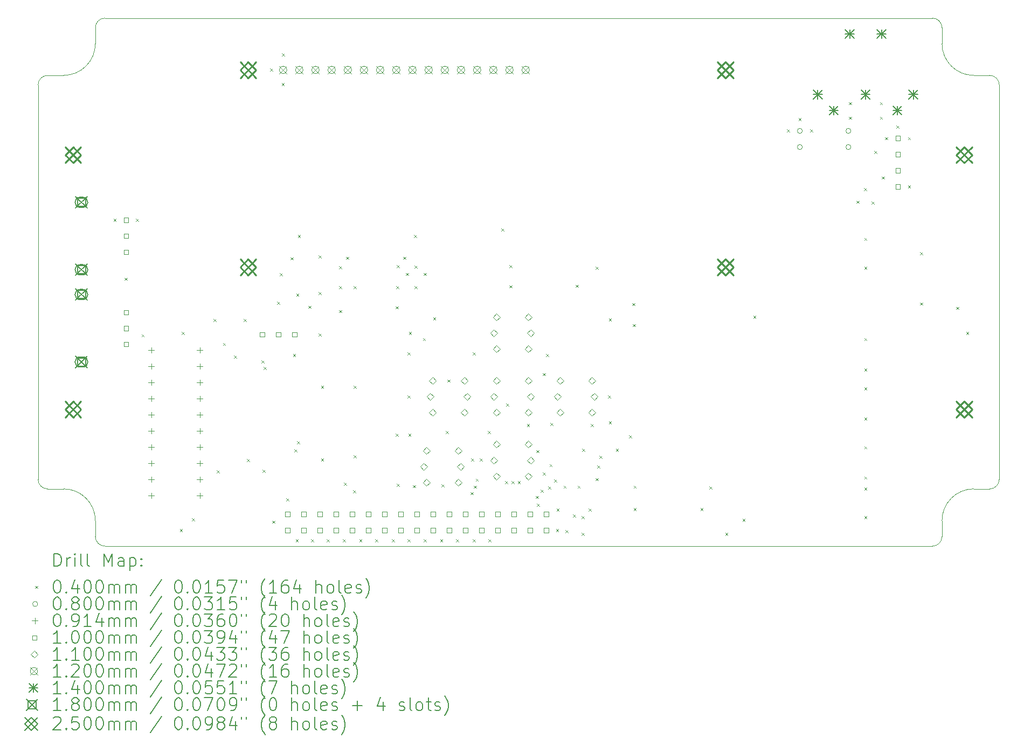
<source format=gbr>
%FSLAX45Y45*%
G04 Gerber Fmt 4.5, Leading zero omitted, Abs format (unit mm)*
G04 Created by KiCad (PCBNEW (6.0.2)) date 2022-08-07 22:21:47*
%MOMM*%
%LPD*%
G01*
G04 APERTURE LIST*
%TA.AperFunction,Profile*%
%ADD10C,0.100000*%
%TD*%
%ADD11C,0.200000*%
%ADD12C,0.040000*%
%ADD13C,0.080000*%
%ADD14C,0.091440*%
%ADD15C,0.100000*%
%ADD16C,0.110000*%
%ADD17C,0.120000*%
%ADD18C,0.140000*%
%ADD19C,0.180000*%
%ADD20C,0.250000*%
G04 APERTURE END LIST*
D10*
X2844000Y-10100000D02*
X2844000Y-3900000D01*
X16894000Y-11150000D02*
X3894000Y-11150000D01*
X3744000Y-11000000D02*
X3744000Y-10750000D01*
X3894000Y-2850000D02*
G75*
G03*
X3744000Y-3000000I0J-150000D01*
G01*
X17044000Y-10750000D02*
X17044000Y-11000000D01*
X17044000Y-3250000D02*
G75*
G03*
X17544000Y-3750000I500000J0D01*
G01*
X17544000Y-10250000D02*
G75*
G03*
X17044000Y-10750000I0J-500000D01*
G01*
X3744000Y-3000000D02*
X3744000Y-3250000D01*
X3244000Y-3750000D02*
G75*
G03*
X3744000Y-3250000I0J500000D01*
G01*
X2994000Y-3750000D02*
G75*
G03*
X2844000Y-3900000I0J-150000D01*
G01*
X17044000Y-3000000D02*
G75*
G03*
X16894000Y-2850000I-150000J0D01*
G01*
X3894000Y-2850000D02*
X16894000Y-2850000D01*
X17794000Y-10250000D02*
G75*
G03*
X17944000Y-10100000I0J150000D01*
G01*
X17544000Y-3750000D02*
X17794000Y-3750000D01*
X17794000Y-10250000D02*
X17544000Y-10250000D01*
X3744000Y-10750000D02*
G75*
G03*
X3244000Y-10250000I-500000J0D01*
G01*
X2844000Y-10100000D02*
G75*
G03*
X2994000Y-10250000I150000J0D01*
G01*
X17944000Y-3900000D02*
X17944000Y-10100000D01*
X3744000Y-11000000D02*
G75*
G03*
X3894000Y-11150000I150000J0D01*
G01*
X17944000Y-3900000D02*
G75*
G03*
X17794000Y-3750000I-150000J0D01*
G01*
X2994000Y-3750000D02*
X3244000Y-3750000D01*
X16894000Y-11150000D02*
G75*
G03*
X17044000Y-11000000I0J150000D01*
G01*
X2994000Y-10250000D02*
X3244000Y-10250000D01*
X17044000Y-3000000D02*
X17044000Y-3250000D01*
D11*
D12*
X4030000Y-6005000D02*
X4070000Y-6045000D01*
X4070000Y-6005000D02*
X4030000Y-6045000D01*
X4205000Y-6930000D02*
X4245000Y-6970000D01*
X4245000Y-6930000D02*
X4205000Y-6970000D01*
X4380000Y-6005000D02*
X4420000Y-6045000D01*
X4420000Y-6005000D02*
X4380000Y-6045000D01*
X4470000Y-7820000D02*
X4510000Y-7860000D01*
X4510000Y-7820000D02*
X4470000Y-7860000D01*
X5070000Y-10880000D02*
X5110000Y-10920000D01*
X5110000Y-10880000D02*
X5070000Y-10920000D01*
X5099000Y-7780000D02*
X5139000Y-7820000D01*
X5139000Y-7780000D02*
X5099000Y-7820000D01*
X5260000Y-10710000D02*
X5300000Y-10750000D01*
X5300000Y-10710000D02*
X5260000Y-10750000D01*
X5599000Y-7580000D02*
X5639000Y-7620000D01*
X5639000Y-7580000D02*
X5599000Y-7620000D01*
X5649000Y-9955000D02*
X5689000Y-9995000D01*
X5689000Y-9955000D02*
X5649000Y-9995000D01*
X5749000Y-7955000D02*
X5789000Y-7995000D01*
X5789000Y-7955000D02*
X5749000Y-7995000D01*
X5924000Y-8155000D02*
X5964000Y-8195000D01*
X5964000Y-8155000D02*
X5924000Y-8195000D01*
X6074000Y-7580000D02*
X6114000Y-7620000D01*
X6114000Y-7580000D02*
X6074000Y-7620000D01*
X6124000Y-9780000D02*
X6164000Y-9820000D01*
X6164000Y-9780000D02*
X6124000Y-9820000D01*
X6350500Y-8231500D02*
X6390500Y-8271500D01*
X6390500Y-8231500D02*
X6350500Y-8271500D01*
X6370000Y-9950000D02*
X6410000Y-9990000D01*
X6410000Y-9950000D02*
X6370000Y-9990000D01*
X6390000Y-8330000D02*
X6430000Y-8370000D01*
X6430000Y-8330000D02*
X6390000Y-8370000D01*
X6490000Y-3640000D02*
X6530000Y-3680000D01*
X6530000Y-3640000D02*
X6490000Y-3680000D01*
X6520000Y-10750000D02*
X6560000Y-10790000D01*
X6560000Y-10750000D02*
X6520000Y-10790000D01*
X6599000Y-7305000D02*
X6639000Y-7345000D01*
X6639000Y-7305000D02*
X6599000Y-7345000D01*
X6640000Y-6860000D02*
X6680000Y-6900000D01*
X6680000Y-6860000D02*
X6640000Y-6900000D01*
X6670000Y-3870000D02*
X6710000Y-3910000D01*
X6710000Y-3870000D02*
X6670000Y-3910000D01*
X6674000Y-3405000D02*
X6714000Y-3445000D01*
X6714000Y-3405000D02*
X6674000Y-3445000D01*
X6740000Y-10400000D02*
X6780000Y-10440000D01*
X6780000Y-10400000D02*
X6740000Y-10440000D01*
X6810000Y-6610000D02*
X6850000Y-6650000D01*
X6850000Y-6610000D02*
X6810000Y-6650000D01*
X6849000Y-8130000D02*
X6889000Y-8170000D01*
X6889000Y-8130000D02*
X6849000Y-8170000D01*
X6870000Y-9630000D02*
X6910000Y-9670000D01*
X6910000Y-9630000D02*
X6870000Y-9670000D01*
X6890000Y-11040000D02*
X6930000Y-11080000D01*
X6930000Y-11040000D02*
X6890000Y-11080000D01*
X6899000Y-7180000D02*
X6939000Y-7220000D01*
X6939000Y-7180000D02*
X6899000Y-7220000D01*
X6910000Y-9500000D02*
X6950000Y-9540000D01*
X6950000Y-9500000D02*
X6910000Y-9540000D01*
X6924000Y-6255000D02*
X6964000Y-6295000D01*
X6964000Y-6255000D02*
X6924000Y-6295000D01*
X7089000Y-7371000D02*
X7129000Y-7411000D01*
X7129000Y-7371000D02*
X7089000Y-7411000D01*
X7130000Y-11040000D02*
X7170000Y-11080000D01*
X7170000Y-11040000D02*
X7130000Y-11080000D01*
X7249000Y-6580000D02*
X7289000Y-6620000D01*
X7289000Y-6580000D02*
X7249000Y-6620000D01*
X7249000Y-7155000D02*
X7289000Y-7195000D01*
X7289000Y-7155000D02*
X7249000Y-7195000D01*
X7249000Y-7805000D02*
X7289000Y-7845000D01*
X7289000Y-7805000D02*
X7249000Y-7845000D01*
X7290000Y-8630000D02*
X7330000Y-8670000D01*
X7330000Y-8630000D02*
X7290000Y-8670000D01*
X7290000Y-9770000D02*
X7330000Y-9810000D01*
X7330000Y-9770000D02*
X7290000Y-9810000D01*
X7380000Y-11040000D02*
X7420000Y-11080000D01*
X7420000Y-11040000D02*
X7380000Y-11080000D01*
X7570000Y-6750000D02*
X7610000Y-6790000D01*
X7610000Y-6750000D02*
X7570000Y-6790000D01*
X7570000Y-7060000D02*
X7610000Y-7100000D01*
X7610000Y-7060000D02*
X7570000Y-7100000D01*
X7570000Y-7440000D02*
X7610000Y-7480000D01*
X7610000Y-7440000D02*
X7570000Y-7480000D01*
X7630000Y-11040000D02*
X7670000Y-11080000D01*
X7670000Y-11040000D02*
X7630000Y-11080000D01*
X7650000Y-10150000D02*
X7690000Y-10190000D01*
X7690000Y-10150000D02*
X7650000Y-10190000D01*
X7680000Y-6600000D02*
X7720000Y-6640000D01*
X7720000Y-6600000D02*
X7680000Y-6640000D01*
X7790000Y-10270000D02*
X7830000Y-10310000D01*
X7830000Y-10270000D02*
X7790000Y-10310000D01*
X7800000Y-7060000D02*
X7840000Y-7100000D01*
X7840000Y-7060000D02*
X7800000Y-7100000D01*
X7800000Y-8630000D02*
X7840000Y-8670000D01*
X7840000Y-8630000D02*
X7800000Y-8670000D01*
X7800000Y-9720000D02*
X7840000Y-9760000D01*
X7840000Y-9720000D02*
X7800000Y-9760000D01*
X7890000Y-11040000D02*
X7930000Y-11080000D01*
X7930000Y-11040000D02*
X7890000Y-11080000D01*
X8140000Y-11040000D02*
X8180000Y-11080000D01*
X8180000Y-11040000D02*
X8140000Y-11080000D01*
X8400000Y-11040000D02*
X8440000Y-11080000D01*
X8440000Y-11040000D02*
X8400000Y-11080000D01*
X8460000Y-7380000D02*
X8500000Y-7420000D01*
X8500000Y-7380000D02*
X8460000Y-7420000D01*
X8460000Y-9380000D02*
X8500000Y-9420000D01*
X8500000Y-9380000D02*
X8460000Y-9420000D01*
X8470000Y-7060000D02*
X8510000Y-7100000D01*
X8510000Y-7060000D02*
X8470000Y-7100000D01*
X8480000Y-6730000D02*
X8520000Y-6770000D01*
X8520000Y-6730000D02*
X8480000Y-6770000D01*
X8480000Y-10170000D02*
X8520000Y-10210000D01*
X8520000Y-10170000D02*
X8480000Y-10210000D01*
X8580000Y-6600000D02*
X8620000Y-6640000D01*
X8620000Y-6600000D02*
X8580000Y-6640000D01*
X8624000Y-6855000D02*
X8664000Y-6895000D01*
X8664000Y-6855000D02*
X8624000Y-6895000D01*
X8649000Y-8105000D02*
X8689000Y-8145000D01*
X8689000Y-8105000D02*
X8649000Y-8145000D01*
X8649000Y-8780000D02*
X8689000Y-8820000D01*
X8689000Y-8780000D02*
X8649000Y-8820000D01*
X8650000Y-11040000D02*
X8690000Y-11080000D01*
X8690000Y-11040000D02*
X8650000Y-11080000D01*
X8660000Y-9380000D02*
X8700000Y-9420000D01*
X8700000Y-9380000D02*
X8660000Y-9420000D01*
X8670000Y-7780000D02*
X8710000Y-7820000D01*
X8710000Y-7780000D02*
X8670000Y-7820000D01*
X8730000Y-10190000D02*
X8770000Y-10230000D01*
X8770000Y-10190000D02*
X8730000Y-10230000D01*
X8749000Y-6255000D02*
X8789000Y-6295000D01*
X8789000Y-6255000D02*
X8749000Y-6295000D01*
X8760000Y-6740000D02*
X8800000Y-6780000D01*
X8800000Y-6740000D02*
X8760000Y-6780000D01*
X8760000Y-7060000D02*
X8800000Y-7100000D01*
X8800000Y-7060000D02*
X8760000Y-7100000D01*
X8890000Y-7880000D02*
X8930000Y-7920000D01*
X8930000Y-7880000D02*
X8890000Y-7920000D01*
X8899000Y-6855000D02*
X8939000Y-6895000D01*
X8939000Y-6855000D02*
X8899000Y-6895000D01*
X8900000Y-11040000D02*
X8940000Y-11080000D01*
X8940000Y-11040000D02*
X8900000Y-11080000D01*
X9049000Y-7555000D02*
X9089000Y-7595000D01*
X9089000Y-7555000D02*
X9049000Y-7595000D01*
X9160000Y-11040000D02*
X9200000Y-11080000D01*
X9200000Y-11040000D02*
X9160000Y-11080000D01*
X9180000Y-10180000D02*
X9220000Y-10220000D01*
X9220000Y-10180000D02*
X9180000Y-10220000D01*
X9250000Y-9340000D02*
X9290000Y-9380000D01*
X9290000Y-9340000D02*
X9250000Y-9380000D01*
X9274000Y-8530000D02*
X9314000Y-8570000D01*
X9314000Y-8530000D02*
X9274000Y-8570000D01*
X9410000Y-11040000D02*
X9450000Y-11080000D01*
X9450000Y-11040000D02*
X9410000Y-11080000D01*
X9640000Y-10300000D02*
X9680000Y-10340000D01*
X9680000Y-10300000D02*
X9640000Y-10340000D01*
X9650000Y-9770000D02*
X9690000Y-9810000D01*
X9690000Y-9770000D02*
X9650000Y-9810000D01*
X9670000Y-11040000D02*
X9710000Y-11080000D01*
X9710000Y-11040000D02*
X9670000Y-11080000D01*
X9674000Y-8105000D02*
X9714000Y-8145000D01*
X9714000Y-8105000D02*
X9674000Y-8145000D01*
X9690000Y-10200000D02*
X9730000Y-10240000D01*
X9730000Y-10200000D02*
X9690000Y-10240000D01*
X9720000Y-10090000D02*
X9760000Y-10130000D01*
X9760000Y-10090000D02*
X9720000Y-10130000D01*
X9780000Y-9770000D02*
X9820000Y-9810000D01*
X9820000Y-9770000D02*
X9780000Y-9810000D01*
X9910000Y-9340000D02*
X9950000Y-9380000D01*
X9950000Y-9340000D02*
X9910000Y-9380000D01*
X9920000Y-11040000D02*
X9960000Y-11080000D01*
X9960000Y-11040000D02*
X9920000Y-11080000D01*
X10124000Y-6155000D02*
X10164000Y-6195000D01*
X10164000Y-6155000D02*
X10124000Y-6195000D01*
X10180000Y-10130000D02*
X10220000Y-10170000D01*
X10220000Y-10130000D02*
X10180000Y-10170000D01*
X10200000Y-8910000D02*
X10240000Y-8950000D01*
X10240000Y-8910000D02*
X10200000Y-8950000D01*
X10250000Y-6730000D02*
X10290000Y-6770000D01*
X10290000Y-6730000D02*
X10250000Y-6770000D01*
X10250000Y-7050000D02*
X10290000Y-7090000D01*
X10290000Y-7050000D02*
X10250000Y-7090000D01*
X10280000Y-10130000D02*
X10320000Y-10170000D01*
X10320000Y-10130000D02*
X10280000Y-10170000D01*
X10380000Y-10130000D02*
X10420000Y-10170000D01*
X10420000Y-10130000D02*
X10380000Y-10170000D01*
X10524000Y-9230000D02*
X10564000Y-9270000D01*
X10564000Y-9230000D02*
X10524000Y-9270000D01*
X10660000Y-10360000D02*
X10700000Y-10400000D01*
X10700000Y-10360000D02*
X10660000Y-10400000D01*
X10670000Y-9640000D02*
X10710000Y-9680000D01*
X10710000Y-9640000D02*
X10670000Y-9680000D01*
X10680000Y-10480000D02*
X10720000Y-10520000D01*
X10720000Y-10480000D02*
X10680000Y-10520000D01*
X10740000Y-10260000D02*
X10780000Y-10300000D01*
X10780000Y-10260000D02*
X10740000Y-10300000D01*
X10774000Y-8430000D02*
X10814000Y-8470000D01*
X10814000Y-8430000D02*
X10774000Y-8470000D01*
X10774000Y-9990000D02*
X10814000Y-10030000D01*
X10814000Y-9990000D02*
X10774000Y-10030000D01*
X10824000Y-8130000D02*
X10864000Y-8170000D01*
X10864000Y-8130000D02*
X10824000Y-8170000D01*
X10860000Y-10210000D02*
X10900000Y-10250000D01*
X10900000Y-10210000D02*
X10860000Y-10250000D01*
X10880000Y-9860000D02*
X10920000Y-9900000D01*
X10920000Y-9860000D02*
X10880000Y-9900000D01*
X10890000Y-9210000D02*
X10930000Y-9250000D01*
X10930000Y-9210000D02*
X10890000Y-9250000D01*
X10950000Y-10100000D02*
X10990000Y-10140000D01*
X10990000Y-10100000D02*
X10950000Y-10140000D01*
X10980000Y-10880000D02*
X11020000Y-10920000D01*
X11020000Y-10880000D02*
X10980000Y-10920000D01*
X10990000Y-10560000D02*
X11030000Y-10600000D01*
X11030000Y-10560000D02*
X10990000Y-10600000D01*
X11100000Y-10200000D02*
X11140000Y-10240000D01*
X11140000Y-10200000D02*
X11100000Y-10240000D01*
X11130000Y-10900000D02*
X11170000Y-10940000D01*
X11170000Y-10900000D02*
X11130000Y-10940000D01*
X11250000Y-10650000D02*
X11290000Y-10690000D01*
X11290000Y-10650000D02*
X11250000Y-10690000D01*
X11290000Y-7040000D02*
X11330000Y-7080000D01*
X11330000Y-7040000D02*
X11290000Y-7080000D01*
X11320000Y-10200000D02*
X11360000Y-10240000D01*
X11360000Y-10200000D02*
X11320000Y-10240000D01*
X11380000Y-10680000D02*
X11420000Y-10720000D01*
X11420000Y-10680000D02*
X11380000Y-10720000D01*
X11380000Y-10940000D02*
X11420000Y-10980000D01*
X11420000Y-10940000D02*
X11380000Y-10980000D01*
X11390000Y-9620000D02*
X11430000Y-9660000D01*
X11430000Y-9620000D02*
X11390000Y-9660000D01*
X11490000Y-10560000D02*
X11530000Y-10600000D01*
X11530000Y-10560000D02*
X11490000Y-10600000D01*
X11524000Y-9230000D02*
X11564000Y-9270000D01*
X11564000Y-9230000D02*
X11524000Y-9270000D01*
X11600000Y-6760000D02*
X11640000Y-6800000D01*
X11640000Y-6760000D02*
X11600000Y-6800000D01*
X11600000Y-10080000D02*
X11640000Y-10120000D01*
X11640000Y-10080000D02*
X11600000Y-10120000D01*
X11630000Y-9880000D02*
X11670000Y-9920000D01*
X11670000Y-9880000D02*
X11630000Y-9920000D01*
X11660000Y-9730000D02*
X11700000Y-9770000D01*
X11700000Y-9730000D02*
X11660000Y-9770000D01*
X11799000Y-8780000D02*
X11839000Y-8820000D01*
X11839000Y-8780000D02*
X11799000Y-8820000D01*
X11810000Y-7570000D02*
X11850000Y-7610000D01*
X11850000Y-7570000D02*
X11810000Y-7610000D01*
X11810000Y-9190000D02*
X11850000Y-9230000D01*
X11850000Y-9190000D02*
X11810000Y-9230000D01*
X11920000Y-9620000D02*
X11960000Y-9660000D01*
X11960000Y-9620000D02*
X11920000Y-9660000D01*
X12130000Y-9410000D02*
X12170000Y-9450000D01*
X12170000Y-9410000D02*
X12130000Y-9450000D01*
X12180000Y-7330000D02*
X12220000Y-7370000D01*
X12220000Y-7330000D02*
X12180000Y-7370000D01*
X12190000Y-7660000D02*
X12230000Y-7700000D01*
X12230000Y-7660000D02*
X12190000Y-7700000D01*
X12200000Y-10200000D02*
X12240000Y-10240000D01*
X12240000Y-10200000D02*
X12200000Y-10240000D01*
X12200000Y-10550000D02*
X12240000Y-10590000D01*
X12240000Y-10550000D02*
X12200000Y-10590000D01*
X13250000Y-10550000D02*
X13290000Y-10590000D01*
X13290000Y-10550000D02*
X13250000Y-10590000D01*
X13390000Y-10210000D02*
X13430000Y-10250000D01*
X13430000Y-10210000D02*
X13390000Y-10250000D01*
X13640000Y-10940000D02*
X13680000Y-10980000D01*
X13680000Y-10940000D02*
X13640000Y-10980000D01*
X13910000Y-10720000D02*
X13950000Y-10760000D01*
X13950000Y-10720000D02*
X13910000Y-10760000D01*
X14080000Y-7530000D02*
X14120000Y-7570000D01*
X14120000Y-7530000D02*
X14080000Y-7570000D01*
X14610000Y-4600000D02*
X14650000Y-4640000D01*
X14650000Y-4600000D02*
X14610000Y-4640000D01*
X14790000Y-4420000D02*
X14830000Y-4460000D01*
X14830000Y-4420000D02*
X14790000Y-4460000D01*
X14970000Y-4600000D02*
X15010000Y-4640000D01*
X15010000Y-4600000D02*
X14970000Y-4640000D01*
X15580000Y-4170000D02*
X15620000Y-4210000D01*
X15620000Y-4170000D02*
X15580000Y-4210000D01*
X15580000Y-4400000D02*
X15620000Y-4440000D01*
X15620000Y-4400000D02*
X15580000Y-4440000D01*
X15700000Y-5720000D02*
X15740000Y-5760000D01*
X15740000Y-5720000D02*
X15700000Y-5760000D01*
X15820000Y-5520000D02*
X15860000Y-5560000D01*
X15860000Y-5520000D02*
X15820000Y-5560000D01*
X15824000Y-6305000D02*
X15864000Y-6345000D01*
X15864000Y-6305000D02*
X15824000Y-6345000D01*
X15824000Y-6755000D02*
X15864000Y-6795000D01*
X15864000Y-6755000D02*
X15824000Y-6795000D01*
X15824000Y-7880000D02*
X15864000Y-7920000D01*
X15864000Y-7880000D02*
X15824000Y-7920000D01*
X15824000Y-8355000D02*
X15864000Y-8395000D01*
X15864000Y-8355000D02*
X15824000Y-8395000D01*
X15824000Y-8655000D02*
X15864000Y-8695000D01*
X15864000Y-8655000D02*
X15824000Y-8695000D01*
X15824000Y-9130000D02*
X15864000Y-9170000D01*
X15864000Y-9130000D02*
X15824000Y-9170000D01*
X15824000Y-9580000D02*
X15864000Y-9620000D01*
X15864000Y-9580000D02*
X15824000Y-9620000D01*
X15824000Y-10055000D02*
X15864000Y-10095000D01*
X15864000Y-10055000D02*
X15824000Y-10095000D01*
X15824000Y-10230000D02*
X15864000Y-10270000D01*
X15864000Y-10230000D02*
X15824000Y-10270000D01*
X15824000Y-10680000D02*
X15864000Y-10720000D01*
X15864000Y-10680000D02*
X15824000Y-10720000D01*
X15940000Y-5730000D02*
X15980000Y-5770000D01*
X15980000Y-5730000D02*
X15940000Y-5770000D01*
X15980000Y-4940000D02*
X16020000Y-4980000D01*
X16020000Y-4940000D02*
X15980000Y-4980000D01*
X16070000Y-4170000D02*
X16110000Y-4210000D01*
X16110000Y-4170000D02*
X16070000Y-4210000D01*
X16070000Y-4400000D02*
X16110000Y-4440000D01*
X16110000Y-4400000D02*
X16070000Y-4440000D01*
X16100000Y-5340000D02*
X16140000Y-5380000D01*
X16140000Y-5340000D02*
X16100000Y-5380000D01*
X16150000Y-4720000D02*
X16190000Y-4760000D01*
X16190000Y-4720000D02*
X16150000Y-4760000D01*
X16330000Y-4540000D02*
X16370000Y-4580000D01*
X16370000Y-4540000D02*
X16330000Y-4580000D01*
X16510000Y-4720000D02*
X16550000Y-4760000D01*
X16550000Y-4720000D02*
X16510000Y-4760000D01*
X16510000Y-5480000D02*
X16550000Y-5520000D01*
X16550000Y-5480000D02*
X16510000Y-5520000D01*
X16699000Y-6530000D02*
X16739000Y-6570000D01*
X16739000Y-6530000D02*
X16699000Y-6570000D01*
X16699000Y-7320000D02*
X16739000Y-7360000D01*
X16739000Y-7320000D02*
X16699000Y-7360000D01*
X17266500Y-7387500D02*
X17306500Y-7427500D01*
X17306500Y-7387500D02*
X17266500Y-7427500D01*
X17424000Y-7780000D02*
X17464000Y-7820000D01*
X17464000Y-7780000D02*
X17424000Y-7820000D01*
D13*
X14852000Y-4623500D02*
G75*
G03*
X14852000Y-4623500I-40000J0D01*
G01*
X14852000Y-4877500D02*
G75*
G03*
X14852000Y-4877500I-40000J0D01*
G01*
X15614000Y-4623500D02*
G75*
G03*
X15614000Y-4623500I-40000J0D01*
G01*
X15614000Y-4877500D02*
G75*
G03*
X15614000Y-4877500I-40000J0D01*
G01*
D14*
X4623750Y-8022030D02*
X4623750Y-8113470D01*
X4578030Y-8067750D02*
X4669470Y-8067750D01*
X4623750Y-8276030D02*
X4623750Y-8367470D01*
X4578030Y-8321750D02*
X4669470Y-8321750D01*
X4623750Y-8530030D02*
X4623750Y-8621470D01*
X4578030Y-8575750D02*
X4669470Y-8575750D01*
X4623750Y-8784030D02*
X4623750Y-8875470D01*
X4578030Y-8829750D02*
X4669470Y-8829750D01*
X4623750Y-9038030D02*
X4623750Y-9129470D01*
X4578030Y-9083750D02*
X4669470Y-9083750D01*
X4623750Y-9292030D02*
X4623750Y-9383470D01*
X4578030Y-9337750D02*
X4669470Y-9337750D01*
X4623750Y-9546030D02*
X4623750Y-9637470D01*
X4578030Y-9591750D02*
X4669470Y-9591750D01*
X4623750Y-9800030D02*
X4623750Y-9891470D01*
X4578030Y-9845750D02*
X4669470Y-9845750D01*
X4623750Y-10054030D02*
X4623750Y-10145470D01*
X4578030Y-10099750D02*
X4669470Y-10099750D01*
X4623750Y-10308030D02*
X4623750Y-10399470D01*
X4578030Y-10353750D02*
X4669470Y-10353750D01*
X5385750Y-8022030D02*
X5385750Y-8113470D01*
X5340030Y-8067750D02*
X5431470Y-8067750D01*
X5385750Y-8276030D02*
X5385750Y-8367470D01*
X5340030Y-8321750D02*
X5431470Y-8321750D01*
X5385750Y-8530030D02*
X5385750Y-8621470D01*
X5340030Y-8575750D02*
X5431470Y-8575750D01*
X5385750Y-8784030D02*
X5385750Y-8875470D01*
X5340030Y-8829750D02*
X5431470Y-8829750D01*
X5385750Y-9038030D02*
X5385750Y-9129470D01*
X5340030Y-9083750D02*
X5431470Y-9083750D01*
X5385750Y-9292030D02*
X5385750Y-9383470D01*
X5340030Y-9337750D02*
X5431470Y-9337750D01*
X5385750Y-9546030D02*
X5385750Y-9637470D01*
X5340030Y-9591750D02*
X5431470Y-9591750D01*
X5385750Y-9800030D02*
X5385750Y-9891470D01*
X5340030Y-9845750D02*
X5431470Y-9845750D01*
X5385750Y-10054030D02*
X5385750Y-10145470D01*
X5340030Y-10099750D02*
X5431470Y-10099750D01*
X5385750Y-10308030D02*
X5385750Y-10399470D01*
X5340030Y-10353750D02*
X5431470Y-10353750D01*
D15*
X4260356Y-6060356D02*
X4260356Y-5989644D01*
X4189644Y-5989644D01*
X4189644Y-6060356D01*
X4260356Y-6060356D01*
X4260356Y-6310356D02*
X4260356Y-6239644D01*
X4189644Y-6239644D01*
X4189644Y-6310356D01*
X4260356Y-6310356D01*
X4260356Y-6560356D02*
X4260356Y-6489644D01*
X4189644Y-6489644D01*
X4189644Y-6560356D01*
X4260356Y-6560356D01*
X4260356Y-7510356D02*
X4260356Y-7439644D01*
X4189644Y-7439644D01*
X4189644Y-7510356D01*
X4260356Y-7510356D01*
X4260356Y-7760356D02*
X4260356Y-7689644D01*
X4189644Y-7689644D01*
X4189644Y-7760356D01*
X4260356Y-7760356D01*
X4260356Y-8010356D02*
X4260356Y-7939644D01*
X4189644Y-7939644D01*
X4189644Y-8010356D01*
X4260356Y-8010356D01*
X6400356Y-7860356D02*
X6400356Y-7789644D01*
X6329644Y-7789644D01*
X6329644Y-7860356D01*
X6400356Y-7860356D01*
X6654356Y-7860356D02*
X6654356Y-7789644D01*
X6583644Y-7789644D01*
X6583644Y-7860356D01*
X6654356Y-7860356D01*
X6799356Y-10681356D02*
X6799356Y-10610644D01*
X6728644Y-10610644D01*
X6728644Y-10681356D01*
X6799356Y-10681356D01*
X6799356Y-10935356D02*
X6799356Y-10864644D01*
X6728644Y-10864644D01*
X6728644Y-10935356D01*
X6799356Y-10935356D01*
X6908356Y-7860356D02*
X6908356Y-7789644D01*
X6837644Y-7789644D01*
X6837644Y-7860356D01*
X6908356Y-7860356D01*
X7053356Y-10681356D02*
X7053356Y-10610644D01*
X6982644Y-10610644D01*
X6982644Y-10681356D01*
X7053356Y-10681356D01*
X7053356Y-10935356D02*
X7053356Y-10864644D01*
X6982644Y-10864644D01*
X6982644Y-10935356D01*
X7053356Y-10935356D01*
X7307356Y-10681356D02*
X7307356Y-10610644D01*
X7236644Y-10610644D01*
X7236644Y-10681356D01*
X7307356Y-10681356D01*
X7307356Y-10935356D02*
X7307356Y-10864644D01*
X7236644Y-10864644D01*
X7236644Y-10935356D01*
X7307356Y-10935356D01*
X7561356Y-10681356D02*
X7561356Y-10610644D01*
X7490644Y-10610644D01*
X7490644Y-10681356D01*
X7561356Y-10681356D01*
X7561356Y-10935356D02*
X7561356Y-10864644D01*
X7490644Y-10864644D01*
X7490644Y-10935356D01*
X7561356Y-10935356D01*
X7815356Y-10681356D02*
X7815356Y-10610644D01*
X7744644Y-10610644D01*
X7744644Y-10681356D01*
X7815356Y-10681356D01*
X7815356Y-10935356D02*
X7815356Y-10864644D01*
X7744644Y-10864644D01*
X7744644Y-10935356D01*
X7815356Y-10935356D01*
X8069356Y-10681356D02*
X8069356Y-10610644D01*
X7998644Y-10610644D01*
X7998644Y-10681356D01*
X8069356Y-10681356D01*
X8069356Y-10935356D02*
X8069356Y-10864644D01*
X7998644Y-10864644D01*
X7998644Y-10935356D01*
X8069356Y-10935356D01*
X8323356Y-10681356D02*
X8323356Y-10610644D01*
X8252644Y-10610644D01*
X8252644Y-10681356D01*
X8323356Y-10681356D01*
X8323356Y-10935356D02*
X8323356Y-10864644D01*
X8252644Y-10864644D01*
X8252644Y-10935356D01*
X8323356Y-10935356D01*
X8577356Y-10681356D02*
X8577356Y-10610644D01*
X8506644Y-10610644D01*
X8506644Y-10681356D01*
X8577356Y-10681356D01*
X8577356Y-10935356D02*
X8577356Y-10864644D01*
X8506644Y-10864644D01*
X8506644Y-10935356D01*
X8577356Y-10935356D01*
X8831356Y-10681356D02*
X8831356Y-10610644D01*
X8760644Y-10610644D01*
X8760644Y-10681356D01*
X8831356Y-10681356D01*
X8831356Y-10935356D02*
X8831356Y-10864644D01*
X8760644Y-10864644D01*
X8760644Y-10935356D01*
X8831356Y-10935356D01*
X9085356Y-10681356D02*
X9085356Y-10610644D01*
X9014644Y-10610644D01*
X9014644Y-10681356D01*
X9085356Y-10681356D01*
X9085356Y-10935356D02*
X9085356Y-10864644D01*
X9014644Y-10864644D01*
X9014644Y-10935356D01*
X9085356Y-10935356D01*
X9339356Y-10681356D02*
X9339356Y-10610644D01*
X9268644Y-10610644D01*
X9268644Y-10681356D01*
X9339356Y-10681356D01*
X9339356Y-10935356D02*
X9339356Y-10864644D01*
X9268644Y-10864644D01*
X9268644Y-10935356D01*
X9339356Y-10935356D01*
X9593356Y-10681356D02*
X9593356Y-10610644D01*
X9522644Y-10610644D01*
X9522644Y-10681356D01*
X9593356Y-10681356D01*
X9593356Y-10935356D02*
X9593356Y-10864644D01*
X9522644Y-10864644D01*
X9522644Y-10935356D01*
X9593356Y-10935356D01*
X9847356Y-10681356D02*
X9847356Y-10610644D01*
X9776644Y-10610644D01*
X9776644Y-10681356D01*
X9847356Y-10681356D01*
X9847356Y-10935356D02*
X9847356Y-10864644D01*
X9776644Y-10864644D01*
X9776644Y-10935356D01*
X9847356Y-10935356D01*
X10101356Y-10681356D02*
X10101356Y-10610644D01*
X10030644Y-10610644D01*
X10030644Y-10681356D01*
X10101356Y-10681356D01*
X10101356Y-10935356D02*
X10101356Y-10864644D01*
X10030644Y-10864644D01*
X10030644Y-10935356D01*
X10101356Y-10935356D01*
X10355356Y-10681356D02*
X10355356Y-10610644D01*
X10284644Y-10610644D01*
X10284644Y-10681356D01*
X10355356Y-10681356D01*
X10355356Y-10935356D02*
X10355356Y-10864644D01*
X10284644Y-10864644D01*
X10284644Y-10935356D01*
X10355356Y-10935356D01*
X10609356Y-10681356D02*
X10609356Y-10610644D01*
X10538644Y-10610644D01*
X10538644Y-10681356D01*
X10609356Y-10681356D01*
X10609356Y-10935356D02*
X10609356Y-10864644D01*
X10538644Y-10864644D01*
X10538644Y-10935356D01*
X10609356Y-10935356D01*
X10863356Y-10681356D02*
X10863356Y-10610644D01*
X10792644Y-10610644D01*
X10792644Y-10681356D01*
X10863356Y-10681356D01*
X10863356Y-10935356D02*
X10863356Y-10864644D01*
X10792644Y-10864644D01*
X10792644Y-10935356D01*
X10863356Y-10935356D01*
X16385356Y-4773356D02*
X16385356Y-4702644D01*
X16314644Y-4702644D01*
X16314644Y-4773356D01*
X16385356Y-4773356D01*
X16385356Y-5027356D02*
X16385356Y-4956644D01*
X16314644Y-4956644D01*
X16314644Y-5027356D01*
X16385356Y-5027356D01*
X16385356Y-5281356D02*
X16385356Y-5210644D01*
X16314644Y-5210644D01*
X16314644Y-5281356D01*
X16385356Y-5281356D01*
X16385356Y-5535356D02*
X16385356Y-5464644D01*
X16314644Y-5464644D01*
X16314644Y-5535356D01*
X16385356Y-5535356D01*
D16*
X8904000Y-9955000D02*
X8959000Y-9900000D01*
X8904000Y-9845000D01*
X8849000Y-9900000D01*
X8904000Y-9955000D01*
X8944000Y-9705000D02*
X8999000Y-9650000D01*
X8944000Y-9595000D01*
X8889000Y-9650000D01*
X8944000Y-9705000D01*
X8944000Y-10205000D02*
X8999000Y-10150000D01*
X8944000Y-10095000D01*
X8889000Y-10150000D01*
X8944000Y-10205000D01*
X9004000Y-8855000D02*
X9059000Y-8800000D01*
X9004000Y-8745000D01*
X8949000Y-8800000D01*
X9004000Y-8855000D01*
X9044000Y-8605000D02*
X9099000Y-8550000D01*
X9044000Y-8495000D01*
X8989000Y-8550000D01*
X9044000Y-8605000D01*
X9044000Y-9105000D02*
X9099000Y-9050000D01*
X9044000Y-8995000D01*
X8989000Y-9050000D01*
X9044000Y-9105000D01*
X9444000Y-9705000D02*
X9499000Y-9650000D01*
X9444000Y-9595000D01*
X9389000Y-9650000D01*
X9444000Y-9705000D01*
X9444000Y-10205000D02*
X9499000Y-10150000D01*
X9444000Y-10095000D01*
X9389000Y-10150000D01*
X9444000Y-10205000D01*
X9484000Y-9955000D02*
X9539000Y-9900000D01*
X9484000Y-9845000D01*
X9429000Y-9900000D01*
X9484000Y-9955000D01*
X9544000Y-8605000D02*
X9599000Y-8550000D01*
X9544000Y-8495000D01*
X9489000Y-8550000D01*
X9544000Y-8605000D01*
X9544000Y-9105000D02*
X9599000Y-9050000D01*
X9544000Y-8995000D01*
X9489000Y-9050000D01*
X9544000Y-9105000D01*
X9584000Y-8855000D02*
X9639000Y-8800000D01*
X9584000Y-8745000D01*
X9529000Y-8800000D01*
X9584000Y-8855000D01*
X10004000Y-7855000D02*
X10059000Y-7800000D01*
X10004000Y-7745000D01*
X9949000Y-7800000D01*
X10004000Y-7855000D01*
X10004000Y-8855000D02*
X10059000Y-8800000D01*
X10004000Y-8745000D01*
X9949000Y-8800000D01*
X10004000Y-8855000D01*
X10004000Y-9855000D02*
X10059000Y-9800000D01*
X10004000Y-9745000D01*
X9949000Y-9800000D01*
X10004000Y-9855000D01*
X10044000Y-7605000D02*
X10099000Y-7550000D01*
X10044000Y-7495000D01*
X9989000Y-7550000D01*
X10044000Y-7605000D01*
X10044000Y-8105000D02*
X10099000Y-8050000D01*
X10044000Y-7995000D01*
X9989000Y-8050000D01*
X10044000Y-8105000D01*
X10044000Y-8605000D02*
X10099000Y-8550000D01*
X10044000Y-8495000D01*
X9989000Y-8550000D01*
X10044000Y-8605000D01*
X10044000Y-9105000D02*
X10099000Y-9050000D01*
X10044000Y-8995000D01*
X9989000Y-9050000D01*
X10044000Y-9105000D01*
X10044000Y-9605000D02*
X10099000Y-9550000D01*
X10044000Y-9495000D01*
X9989000Y-9550000D01*
X10044000Y-9605000D01*
X10044000Y-10105000D02*
X10099000Y-10050000D01*
X10044000Y-9995000D01*
X9989000Y-10050000D01*
X10044000Y-10105000D01*
X10544000Y-7605000D02*
X10599000Y-7550000D01*
X10544000Y-7495000D01*
X10489000Y-7550000D01*
X10544000Y-7605000D01*
X10544000Y-8105000D02*
X10599000Y-8050000D01*
X10544000Y-7995000D01*
X10489000Y-8050000D01*
X10544000Y-8105000D01*
X10544000Y-8605000D02*
X10599000Y-8550000D01*
X10544000Y-8495000D01*
X10489000Y-8550000D01*
X10544000Y-8605000D01*
X10544000Y-9105000D02*
X10599000Y-9050000D01*
X10544000Y-8995000D01*
X10489000Y-9050000D01*
X10544000Y-9105000D01*
X10544000Y-9605000D02*
X10599000Y-9550000D01*
X10544000Y-9495000D01*
X10489000Y-9550000D01*
X10544000Y-9605000D01*
X10544000Y-10105000D02*
X10599000Y-10050000D01*
X10544000Y-9995000D01*
X10489000Y-10050000D01*
X10544000Y-10105000D01*
X10584000Y-7855000D02*
X10639000Y-7800000D01*
X10584000Y-7745000D01*
X10529000Y-7800000D01*
X10584000Y-7855000D01*
X10584000Y-8855000D02*
X10639000Y-8800000D01*
X10584000Y-8745000D01*
X10529000Y-8800000D01*
X10584000Y-8855000D01*
X10584000Y-9855000D02*
X10639000Y-9800000D01*
X10584000Y-9745000D01*
X10529000Y-9800000D01*
X10584000Y-9855000D01*
X11004000Y-8855000D02*
X11059000Y-8800000D01*
X11004000Y-8745000D01*
X10949000Y-8800000D01*
X11004000Y-8855000D01*
X11044000Y-8605000D02*
X11099000Y-8550000D01*
X11044000Y-8495000D01*
X10989000Y-8550000D01*
X11044000Y-8605000D01*
X11044000Y-9105000D02*
X11099000Y-9050000D01*
X11044000Y-8995000D01*
X10989000Y-9050000D01*
X11044000Y-9105000D01*
X11544000Y-8605000D02*
X11599000Y-8550000D01*
X11544000Y-8495000D01*
X11489000Y-8550000D01*
X11544000Y-8605000D01*
X11544000Y-9105000D02*
X11599000Y-9050000D01*
X11544000Y-8995000D01*
X11489000Y-9050000D01*
X11544000Y-9105000D01*
X11584000Y-8855000D02*
X11639000Y-8800000D01*
X11584000Y-8745000D01*
X11529000Y-8800000D01*
X11584000Y-8855000D01*
D17*
X6634000Y-3604250D02*
X6754000Y-3724250D01*
X6754000Y-3604250D02*
X6634000Y-3724250D01*
X6754000Y-3664250D02*
G75*
G03*
X6754000Y-3664250I-60000J0D01*
G01*
X6888000Y-3604250D02*
X7008000Y-3724250D01*
X7008000Y-3604250D02*
X6888000Y-3724250D01*
X7008000Y-3664250D02*
G75*
G03*
X7008000Y-3664250I-60000J0D01*
G01*
X7142000Y-3604250D02*
X7262000Y-3724250D01*
X7262000Y-3604250D02*
X7142000Y-3724250D01*
X7262000Y-3664250D02*
G75*
G03*
X7262000Y-3664250I-60000J0D01*
G01*
X7396000Y-3604250D02*
X7516000Y-3724250D01*
X7516000Y-3604250D02*
X7396000Y-3724250D01*
X7516000Y-3664250D02*
G75*
G03*
X7516000Y-3664250I-60000J0D01*
G01*
X7650000Y-3604250D02*
X7770000Y-3724250D01*
X7770000Y-3604250D02*
X7650000Y-3724250D01*
X7770000Y-3664250D02*
G75*
G03*
X7770000Y-3664250I-60000J0D01*
G01*
X7904000Y-3604250D02*
X8024000Y-3724250D01*
X8024000Y-3604250D02*
X7904000Y-3724250D01*
X8024000Y-3664250D02*
G75*
G03*
X8024000Y-3664250I-60000J0D01*
G01*
X8158000Y-3604250D02*
X8278000Y-3724250D01*
X8278000Y-3604250D02*
X8158000Y-3724250D01*
X8278000Y-3664250D02*
G75*
G03*
X8278000Y-3664250I-60000J0D01*
G01*
X8412000Y-3604250D02*
X8532000Y-3724250D01*
X8532000Y-3604250D02*
X8412000Y-3724250D01*
X8532000Y-3664250D02*
G75*
G03*
X8532000Y-3664250I-60000J0D01*
G01*
X8666000Y-3604250D02*
X8786000Y-3724250D01*
X8786000Y-3604250D02*
X8666000Y-3724250D01*
X8786000Y-3664250D02*
G75*
G03*
X8786000Y-3664250I-60000J0D01*
G01*
X8920000Y-3604250D02*
X9040000Y-3724250D01*
X9040000Y-3604250D02*
X8920000Y-3724250D01*
X9040000Y-3664250D02*
G75*
G03*
X9040000Y-3664250I-60000J0D01*
G01*
X9174000Y-3604250D02*
X9294000Y-3724250D01*
X9294000Y-3604250D02*
X9174000Y-3724250D01*
X9294000Y-3664250D02*
G75*
G03*
X9294000Y-3664250I-60000J0D01*
G01*
X9428000Y-3604250D02*
X9548000Y-3724250D01*
X9548000Y-3604250D02*
X9428000Y-3724250D01*
X9548000Y-3664250D02*
G75*
G03*
X9548000Y-3664250I-60000J0D01*
G01*
X9682000Y-3604250D02*
X9802000Y-3724250D01*
X9802000Y-3604250D02*
X9682000Y-3724250D01*
X9802000Y-3664250D02*
G75*
G03*
X9802000Y-3664250I-60000J0D01*
G01*
X9936000Y-3604250D02*
X10056000Y-3724250D01*
X10056000Y-3604250D02*
X9936000Y-3724250D01*
X10056000Y-3664250D02*
G75*
G03*
X10056000Y-3664250I-60000J0D01*
G01*
X10190000Y-3604250D02*
X10310000Y-3724250D01*
X10310000Y-3604250D02*
X10190000Y-3724250D01*
X10310000Y-3664250D02*
G75*
G03*
X10310000Y-3664250I-60000J0D01*
G01*
X10444000Y-3604250D02*
X10564000Y-3724250D01*
X10564000Y-3604250D02*
X10444000Y-3724250D01*
X10564000Y-3664250D02*
G75*
G03*
X10564000Y-3664250I-60000J0D01*
G01*
D18*
X15024000Y-3980000D02*
X15164000Y-4120000D01*
X15164000Y-3980000D02*
X15024000Y-4120000D01*
X15094000Y-3980000D02*
X15094000Y-4120000D01*
X15024000Y-4050000D02*
X15164000Y-4050000D01*
X15274000Y-4230000D02*
X15414000Y-4370000D01*
X15414000Y-4230000D02*
X15274000Y-4370000D01*
X15344000Y-4230000D02*
X15344000Y-4370000D01*
X15274000Y-4300000D02*
X15414000Y-4300000D01*
X15524000Y-3030000D02*
X15664000Y-3170000D01*
X15664000Y-3030000D02*
X15524000Y-3170000D01*
X15594000Y-3030000D02*
X15594000Y-3170000D01*
X15524000Y-3100000D02*
X15664000Y-3100000D01*
X15774000Y-3980000D02*
X15914000Y-4120000D01*
X15914000Y-3980000D02*
X15774000Y-4120000D01*
X15844000Y-3980000D02*
X15844000Y-4120000D01*
X15774000Y-4050000D02*
X15914000Y-4050000D01*
X16024000Y-3030000D02*
X16164000Y-3170000D01*
X16164000Y-3030000D02*
X16024000Y-3170000D01*
X16094000Y-3030000D02*
X16094000Y-3170000D01*
X16024000Y-3100000D02*
X16164000Y-3100000D01*
X16274000Y-4230000D02*
X16414000Y-4370000D01*
X16414000Y-4230000D02*
X16274000Y-4370000D01*
X16344000Y-4230000D02*
X16344000Y-4370000D01*
X16274000Y-4300000D02*
X16414000Y-4300000D01*
X16524000Y-3980000D02*
X16664000Y-4120000D01*
X16664000Y-3980000D02*
X16524000Y-4120000D01*
X16594000Y-3980000D02*
X16594000Y-4120000D01*
X16524000Y-4050000D02*
X16664000Y-4050000D01*
D19*
X3435000Y-5655000D02*
X3615000Y-5835000D01*
X3615000Y-5655000D02*
X3435000Y-5835000D01*
X3588640Y-5808640D02*
X3588640Y-5681360D01*
X3461360Y-5681360D01*
X3461360Y-5808640D01*
X3588640Y-5808640D01*
D11*
X3505000Y-5825000D02*
X3545000Y-5825000D01*
X3505000Y-5665000D02*
X3545000Y-5665000D01*
X3545000Y-5825000D02*
G75*
G03*
X3545000Y-5665000I0J80000D01*
G01*
X3505000Y-5665000D02*
G75*
G03*
X3505000Y-5825000I0J-80000D01*
G01*
D19*
X3435000Y-6715000D02*
X3615000Y-6895000D01*
X3615000Y-6715000D02*
X3435000Y-6895000D01*
X3588640Y-6868640D02*
X3588640Y-6741360D01*
X3461360Y-6741360D01*
X3461360Y-6868640D01*
X3588640Y-6868640D01*
D11*
X3505000Y-6885000D02*
X3545000Y-6885000D01*
X3505000Y-6725000D02*
X3545000Y-6725000D01*
X3545000Y-6885000D02*
G75*
G03*
X3545000Y-6725000I0J80000D01*
G01*
X3505000Y-6725000D02*
G75*
G03*
X3505000Y-6885000I0J-80000D01*
G01*
D19*
X3435000Y-7105000D02*
X3615000Y-7285000D01*
X3615000Y-7105000D02*
X3435000Y-7285000D01*
X3588640Y-7258640D02*
X3588640Y-7131360D01*
X3461360Y-7131360D01*
X3461360Y-7258640D01*
X3588640Y-7258640D01*
D11*
X3505000Y-7275000D02*
X3545000Y-7275000D01*
X3505000Y-7115000D02*
X3545000Y-7115000D01*
X3545000Y-7275000D02*
G75*
G03*
X3545000Y-7115000I0J80000D01*
G01*
X3505000Y-7115000D02*
G75*
G03*
X3505000Y-7275000I0J-80000D01*
G01*
D19*
X3435000Y-8165000D02*
X3615000Y-8345000D01*
X3615000Y-8165000D02*
X3435000Y-8345000D01*
X3588640Y-8318640D02*
X3588640Y-8191360D01*
X3461360Y-8191360D01*
X3461360Y-8318640D01*
X3588640Y-8318640D01*
D11*
X3505000Y-8335000D02*
X3545000Y-8335000D01*
X3505000Y-8175000D02*
X3545000Y-8175000D01*
X3545000Y-8335000D02*
G75*
G03*
X3545000Y-8175000I0J80000D01*
G01*
X3505000Y-8175000D02*
G75*
G03*
X3505000Y-8335000I0J-80000D01*
G01*
D20*
X3269000Y-4875000D02*
X3519000Y-5125000D01*
X3519000Y-4875000D02*
X3269000Y-5125000D01*
X3394000Y-5125000D02*
X3519000Y-5000000D01*
X3394000Y-4875000D01*
X3269000Y-5000000D01*
X3394000Y-5125000D01*
X3269000Y-8875000D02*
X3519000Y-9125000D01*
X3519000Y-8875000D02*
X3269000Y-9125000D01*
X3394000Y-9125000D02*
X3519000Y-9000000D01*
X3394000Y-8875000D01*
X3269000Y-9000000D01*
X3394000Y-9125000D01*
X6019090Y-3539250D02*
X6269090Y-3789250D01*
X6269090Y-3539250D02*
X6019090Y-3789250D01*
X6144090Y-3789250D02*
X6269090Y-3664250D01*
X6144090Y-3539250D01*
X6019090Y-3664250D01*
X6144090Y-3789250D01*
X6019090Y-6639320D02*
X6269090Y-6889320D01*
X6269090Y-6639320D02*
X6019090Y-6889320D01*
X6144090Y-6889320D02*
X6269090Y-6764320D01*
X6144090Y-6639320D01*
X6019090Y-6764320D01*
X6144090Y-6889320D01*
X13518948Y-6639320D02*
X13768948Y-6889320D01*
X13768948Y-6639320D02*
X13518948Y-6889320D01*
X13643948Y-6889320D02*
X13768948Y-6764320D01*
X13643948Y-6639320D01*
X13518948Y-6764320D01*
X13643948Y-6889320D01*
X13519000Y-3539250D02*
X13769000Y-3789250D01*
X13769000Y-3539250D02*
X13519000Y-3789250D01*
X13644000Y-3789250D02*
X13769000Y-3664250D01*
X13644000Y-3539250D01*
X13519000Y-3664250D01*
X13644000Y-3789250D01*
X17269000Y-4875000D02*
X17519000Y-5125000D01*
X17519000Y-4875000D02*
X17269000Y-5125000D01*
X17394000Y-5125000D02*
X17519000Y-5000000D01*
X17394000Y-4875000D01*
X17269000Y-5000000D01*
X17394000Y-5125000D01*
X17269000Y-8875000D02*
X17519000Y-9125000D01*
X17519000Y-8875000D02*
X17269000Y-9125000D01*
X17394000Y-9125000D02*
X17519000Y-9000000D01*
X17394000Y-8875000D01*
X17269000Y-9000000D01*
X17394000Y-9125000D01*
D11*
X3096619Y-11465476D02*
X3096619Y-11265476D01*
X3144238Y-11265476D01*
X3172809Y-11275000D01*
X3191857Y-11294048D01*
X3201381Y-11313095D01*
X3210905Y-11351190D01*
X3210905Y-11379762D01*
X3201381Y-11417857D01*
X3191857Y-11436905D01*
X3172809Y-11455952D01*
X3144238Y-11465476D01*
X3096619Y-11465476D01*
X3296619Y-11465476D02*
X3296619Y-11332143D01*
X3296619Y-11370238D02*
X3306143Y-11351190D01*
X3315667Y-11341667D01*
X3334714Y-11332143D01*
X3353762Y-11332143D01*
X3420428Y-11465476D02*
X3420428Y-11332143D01*
X3420428Y-11265476D02*
X3410905Y-11275000D01*
X3420428Y-11284524D01*
X3429952Y-11275000D01*
X3420428Y-11265476D01*
X3420428Y-11284524D01*
X3544238Y-11465476D02*
X3525190Y-11455952D01*
X3515667Y-11436905D01*
X3515667Y-11265476D01*
X3649000Y-11465476D02*
X3629952Y-11455952D01*
X3620428Y-11436905D01*
X3620428Y-11265476D01*
X3877571Y-11465476D02*
X3877571Y-11265476D01*
X3944238Y-11408333D01*
X4010905Y-11265476D01*
X4010905Y-11465476D01*
X4191857Y-11465476D02*
X4191857Y-11360714D01*
X4182333Y-11341667D01*
X4163286Y-11332143D01*
X4125190Y-11332143D01*
X4106143Y-11341667D01*
X4191857Y-11455952D02*
X4172809Y-11465476D01*
X4125190Y-11465476D01*
X4106143Y-11455952D01*
X4096619Y-11436905D01*
X4096619Y-11417857D01*
X4106143Y-11398809D01*
X4125190Y-11389286D01*
X4172809Y-11389286D01*
X4191857Y-11379762D01*
X4287095Y-11332143D02*
X4287095Y-11532143D01*
X4287095Y-11341667D02*
X4306143Y-11332143D01*
X4344238Y-11332143D01*
X4363286Y-11341667D01*
X4372810Y-11351190D01*
X4382333Y-11370238D01*
X4382333Y-11427381D01*
X4372810Y-11446428D01*
X4363286Y-11455952D01*
X4344238Y-11465476D01*
X4306143Y-11465476D01*
X4287095Y-11455952D01*
X4468048Y-11446428D02*
X4477571Y-11455952D01*
X4468048Y-11465476D01*
X4458524Y-11455952D01*
X4468048Y-11446428D01*
X4468048Y-11465476D01*
X4468048Y-11341667D02*
X4477571Y-11351190D01*
X4468048Y-11360714D01*
X4458524Y-11351190D01*
X4468048Y-11341667D01*
X4468048Y-11360714D01*
D12*
X2799000Y-11775000D02*
X2839000Y-11815000D01*
X2839000Y-11775000D02*
X2799000Y-11815000D01*
D11*
X3134714Y-11685476D02*
X3153762Y-11685476D01*
X3172809Y-11695000D01*
X3182333Y-11704524D01*
X3191857Y-11723571D01*
X3201381Y-11761667D01*
X3201381Y-11809286D01*
X3191857Y-11847381D01*
X3182333Y-11866428D01*
X3172809Y-11875952D01*
X3153762Y-11885476D01*
X3134714Y-11885476D01*
X3115667Y-11875952D01*
X3106143Y-11866428D01*
X3096619Y-11847381D01*
X3087095Y-11809286D01*
X3087095Y-11761667D01*
X3096619Y-11723571D01*
X3106143Y-11704524D01*
X3115667Y-11695000D01*
X3134714Y-11685476D01*
X3287095Y-11866428D02*
X3296619Y-11875952D01*
X3287095Y-11885476D01*
X3277571Y-11875952D01*
X3287095Y-11866428D01*
X3287095Y-11885476D01*
X3468048Y-11752143D02*
X3468048Y-11885476D01*
X3420428Y-11675952D02*
X3372809Y-11818809D01*
X3496619Y-11818809D01*
X3610905Y-11685476D02*
X3629952Y-11685476D01*
X3649000Y-11695000D01*
X3658524Y-11704524D01*
X3668048Y-11723571D01*
X3677571Y-11761667D01*
X3677571Y-11809286D01*
X3668048Y-11847381D01*
X3658524Y-11866428D01*
X3649000Y-11875952D01*
X3629952Y-11885476D01*
X3610905Y-11885476D01*
X3591857Y-11875952D01*
X3582333Y-11866428D01*
X3572809Y-11847381D01*
X3563286Y-11809286D01*
X3563286Y-11761667D01*
X3572809Y-11723571D01*
X3582333Y-11704524D01*
X3591857Y-11695000D01*
X3610905Y-11685476D01*
X3801381Y-11685476D02*
X3820428Y-11685476D01*
X3839476Y-11695000D01*
X3849000Y-11704524D01*
X3858524Y-11723571D01*
X3868048Y-11761667D01*
X3868048Y-11809286D01*
X3858524Y-11847381D01*
X3849000Y-11866428D01*
X3839476Y-11875952D01*
X3820428Y-11885476D01*
X3801381Y-11885476D01*
X3782333Y-11875952D01*
X3772809Y-11866428D01*
X3763286Y-11847381D01*
X3753762Y-11809286D01*
X3753762Y-11761667D01*
X3763286Y-11723571D01*
X3772809Y-11704524D01*
X3782333Y-11695000D01*
X3801381Y-11685476D01*
X3953762Y-11885476D02*
X3953762Y-11752143D01*
X3953762Y-11771190D02*
X3963286Y-11761667D01*
X3982333Y-11752143D01*
X4010905Y-11752143D01*
X4029952Y-11761667D01*
X4039476Y-11780714D01*
X4039476Y-11885476D01*
X4039476Y-11780714D02*
X4049000Y-11761667D01*
X4068048Y-11752143D01*
X4096619Y-11752143D01*
X4115667Y-11761667D01*
X4125190Y-11780714D01*
X4125190Y-11885476D01*
X4220429Y-11885476D02*
X4220429Y-11752143D01*
X4220429Y-11771190D02*
X4229952Y-11761667D01*
X4249000Y-11752143D01*
X4277571Y-11752143D01*
X4296619Y-11761667D01*
X4306143Y-11780714D01*
X4306143Y-11885476D01*
X4306143Y-11780714D02*
X4315667Y-11761667D01*
X4334714Y-11752143D01*
X4363286Y-11752143D01*
X4382333Y-11761667D01*
X4391857Y-11780714D01*
X4391857Y-11885476D01*
X4782333Y-11675952D02*
X4610905Y-11933095D01*
X5039476Y-11685476D02*
X5058524Y-11685476D01*
X5077571Y-11695000D01*
X5087095Y-11704524D01*
X5096619Y-11723571D01*
X5106143Y-11761667D01*
X5106143Y-11809286D01*
X5096619Y-11847381D01*
X5087095Y-11866428D01*
X5077571Y-11875952D01*
X5058524Y-11885476D01*
X5039476Y-11885476D01*
X5020429Y-11875952D01*
X5010905Y-11866428D01*
X5001381Y-11847381D01*
X4991857Y-11809286D01*
X4991857Y-11761667D01*
X5001381Y-11723571D01*
X5010905Y-11704524D01*
X5020429Y-11695000D01*
X5039476Y-11685476D01*
X5191857Y-11866428D02*
X5201381Y-11875952D01*
X5191857Y-11885476D01*
X5182333Y-11875952D01*
X5191857Y-11866428D01*
X5191857Y-11885476D01*
X5325190Y-11685476D02*
X5344238Y-11685476D01*
X5363286Y-11695000D01*
X5372810Y-11704524D01*
X5382333Y-11723571D01*
X5391857Y-11761667D01*
X5391857Y-11809286D01*
X5382333Y-11847381D01*
X5372810Y-11866428D01*
X5363286Y-11875952D01*
X5344238Y-11885476D01*
X5325190Y-11885476D01*
X5306143Y-11875952D01*
X5296619Y-11866428D01*
X5287095Y-11847381D01*
X5277571Y-11809286D01*
X5277571Y-11761667D01*
X5287095Y-11723571D01*
X5296619Y-11704524D01*
X5306143Y-11695000D01*
X5325190Y-11685476D01*
X5582333Y-11885476D02*
X5468048Y-11885476D01*
X5525190Y-11885476D02*
X5525190Y-11685476D01*
X5506143Y-11714048D01*
X5487095Y-11733095D01*
X5468048Y-11742619D01*
X5763286Y-11685476D02*
X5668048Y-11685476D01*
X5658524Y-11780714D01*
X5668048Y-11771190D01*
X5687095Y-11761667D01*
X5734714Y-11761667D01*
X5753762Y-11771190D01*
X5763286Y-11780714D01*
X5772809Y-11799762D01*
X5772809Y-11847381D01*
X5763286Y-11866428D01*
X5753762Y-11875952D01*
X5734714Y-11885476D01*
X5687095Y-11885476D01*
X5668048Y-11875952D01*
X5658524Y-11866428D01*
X5839476Y-11685476D02*
X5972809Y-11685476D01*
X5887095Y-11885476D01*
X6039476Y-11685476D02*
X6039476Y-11723571D01*
X6115667Y-11685476D02*
X6115667Y-11723571D01*
X6410905Y-11961667D02*
X6401381Y-11952143D01*
X6382333Y-11923571D01*
X6372809Y-11904524D01*
X6363286Y-11875952D01*
X6353762Y-11828333D01*
X6353762Y-11790238D01*
X6363286Y-11742619D01*
X6372809Y-11714048D01*
X6382333Y-11695000D01*
X6401381Y-11666428D01*
X6410905Y-11656905D01*
X6591857Y-11885476D02*
X6477571Y-11885476D01*
X6534714Y-11885476D02*
X6534714Y-11685476D01*
X6515667Y-11714048D01*
X6496619Y-11733095D01*
X6477571Y-11742619D01*
X6763286Y-11685476D02*
X6725190Y-11685476D01*
X6706143Y-11695000D01*
X6696619Y-11704524D01*
X6677571Y-11733095D01*
X6668048Y-11771190D01*
X6668048Y-11847381D01*
X6677571Y-11866428D01*
X6687095Y-11875952D01*
X6706143Y-11885476D01*
X6744238Y-11885476D01*
X6763286Y-11875952D01*
X6772809Y-11866428D01*
X6782333Y-11847381D01*
X6782333Y-11799762D01*
X6772809Y-11780714D01*
X6763286Y-11771190D01*
X6744238Y-11761667D01*
X6706143Y-11761667D01*
X6687095Y-11771190D01*
X6677571Y-11780714D01*
X6668048Y-11799762D01*
X6953762Y-11752143D02*
X6953762Y-11885476D01*
X6906143Y-11675952D02*
X6858524Y-11818809D01*
X6982333Y-11818809D01*
X7210905Y-11885476D02*
X7210905Y-11685476D01*
X7296619Y-11885476D02*
X7296619Y-11780714D01*
X7287095Y-11761667D01*
X7268048Y-11752143D01*
X7239476Y-11752143D01*
X7220428Y-11761667D01*
X7210905Y-11771190D01*
X7420428Y-11885476D02*
X7401381Y-11875952D01*
X7391857Y-11866428D01*
X7382333Y-11847381D01*
X7382333Y-11790238D01*
X7391857Y-11771190D01*
X7401381Y-11761667D01*
X7420428Y-11752143D01*
X7449000Y-11752143D01*
X7468048Y-11761667D01*
X7477571Y-11771190D01*
X7487095Y-11790238D01*
X7487095Y-11847381D01*
X7477571Y-11866428D01*
X7468048Y-11875952D01*
X7449000Y-11885476D01*
X7420428Y-11885476D01*
X7601381Y-11885476D02*
X7582333Y-11875952D01*
X7572809Y-11856905D01*
X7572809Y-11685476D01*
X7753762Y-11875952D02*
X7734714Y-11885476D01*
X7696619Y-11885476D01*
X7677571Y-11875952D01*
X7668048Y-11856905D01*
X7668048Y-11780714D01*
X7677571Y-11761667D01*
X7696619Y-11752143D01*
X7734714Y-11752143D01*
X7753762Y-11761667D01*
X7763286Y-11780714D01*
X7763286Y-11799762D01*
X7668048Y-11818809D01*
X7839476Y-11875952D02*
X7858524Y-11885476D01*
X7896619Y-11885476D01*
X7915667Y-11875952D01*
X7925190Y-11856905D01*
X7925190Y-11847381D01*
X7915667Y-11828333D01*
X7896619Y-11818809D01*
X7868048Y-11818809D01*
X7849000Y-11809286D01*
X7839476Y-11790238D01*
X7839476Y-11780714D01*
X7849000Y-11761667D01*
X7868048Y-11752143D01*
X7896619Y-11752143D01*
X7915667Y-11761667D01*
X7991857Y-11961667D02*
X8001381Y-11952143D01*
X8020428Y-11923571D01*
X8029952Y-11904524D01*
X8039476Y-11875952D01*
X8049000Y-11828333D01*
X8049000Y-11790238D01*
X8039476Y-11742619D01*
X8029952Y-11714048D01*
X8020428Y-11695000D01*
X8001381Y-11666428D01*
X7991857Y-11656905D01*
D13*
X2839000Y-12059000D02*
G75*
G03*
X2839000Y-12059000I-40000J0D01*
G01*
D11*
X3134714Y-11949476D02*
X3153762Y-11949476D01*
X3172809Y-11959000D01*
X3182333Y-11968524D01*
X3191857Y-11987571D01*
X3201381Y-12025667D01*
X3201381Y-12073286D01*
X3191857Y-12111381D01*
X3182333Y-12130428D01*
X3172809Y-12139952D01*
X3153762Y-12149476D01*
X3134714Y-12149476D01*
X3115667Y-12139952D01*
X3106143Y-12130428D01*
X3096619Y-12111381D01*
X3087095Y-12073286D01*
X3087095Y-12025667D01*
X3096619Y-11987571D01*
X3106143Y-11968524D01*
X3115667Y-11959000D01*
X3134714Y-11949476D01*
X3287095Y-12130428D02*
X3296619Y-12139952D01*
X3287095Y-12149476D01*
X3277571Y-12139952D01*
X3287095Y-12130428D01*
X3287095Y-12149476D01*
X3410905Y-12035190D02*
X3391857Y-12025667D01*
X3382333Y-12016143D01*
X3372809Y-11997095D01*
X3372809Y-11987571D01*
X3382333Y-11968524D01*
X3391857Y-11959000D01*
X3410905Y-11949476D01*
X3449000Y-11949476D01*
X3468048Y-11959000D01*
X3477571Y-11968524D01*
X3487095Y-11987571D01*
X3487095Y-11997095D01*
X3477571Y-12016143D01*
X3468048Y-12025667D01*
X3449000Y-12035190D01*
X3410905Y-12035190D01*
X3391857Y-12044714D01*
X3382333Y-12054238D01*
X3372809Y-12073286D01*
X3372809Y-12111381D01*
X3382333Y-12130428D01*
X3391857Y-12139952D01*
X3410905Y-12149476D01*
X3449000Y-12149476D01*
X3468048Y-12139952D01*
X3477571Y-12130428D01*
X3487095Y-12111381D01*
X3487095Y-12073286D01*
X3477571Y-12054238D01*
X3468048Y-12044714D01*
X3449000Y-12035190D01*
X3610905Y-11949476D02*
X3629952Y-11949476D01*
X3649000Y-11959000D01*
X3658524Y-11968524D01*
X3668048Y-11987571D01*
X3677571Y-12025667D01*
X3677571Y-12073286D01*
X3668048Y-12111381D01*
X3658524Y-12130428D01*
X3649000Y-12139952D01*
X3629952Y-12149476D01*
X3610905Y-12149476D01*
X3591857Y-12139952D01*
X3582333Y-12130428D01*
X3572809Y-12111381D01*
X3563286Y-12073286D01*
X3563286Y-12025667D01*
X3572809Y-11987571D01*
X3582333Y-11968524D01*
X3591857Y-11959000D01*
X3610905Y-11949476D01*
X3801381Y-11949476D02*
X3820428Y-11949476D01*
X3839476Y-11959000D01*
X3849000Y-11968524D01*
X3858524Y-11987571D01*
X3868048Y-12025667D01*
X3868048Y-12073286D01*
X3858524Y-12111381D01*
X3849000Y-12130428D01*
X3839476Y-12139952D01*
X3820428Y-12149476D01*
X3801381Y-12149476D01*
X3782333Y-12139952D01*
X3772809Y-12130428D01*
X3763286Y-12111381D01*
X3753762Y-12073286D01*
X3753762Y-12025667D01*
X3763286Y-11987571D01*
X3772809Y-11968524D01*
X3782333Y-11959000D01*
X3801381Y-11949476D01*
X3953762Y-12149476D02*
X3953762Y-12016143D01*
X3953762Y-12035190D02*
X3963286Y-12025667D01*
X3982333Y-12016143D01*
X4010905Y-12016143D01*
X4029952Y-12025667D01*
X4039476Y-12044714D01*
X4039476Y-12149476D01*
X4039476Y-12044714D02*
X4049000Y-12025667D01*
X4068048Y-12016143D01*
X4096619Y-12016143D01*
X4115667Y-12025667D01*
X4125190Y-12044714D01*
X4125190Y-12149476D01*
X4220429Y-12149476D02*
X4220429Y-12016143D01*
X4220429Y-12035190D02*
X4229952Y-12025667D01*
X4249000Y-12016143D01*
X4277571Y-12016143D01*
X4296619Y-12025667D01*
X4306143Y-12044714D01*
X4306143Y-12149476D01*
X4306143Y-12044714D02*
X4315667Y-12025667D01*
X4334714Y-12016143D01*
X4363286Y-12016143D01*
X4382333Y-12025667D01*
X4391857Y-12044714D01*
X4391857Y-12149476D01*
X4782333Y-11939952D02*
X4610905Y-12197095D01*
X5039476Y-11949476D02*
X5058524Y-11949476D01*
X5077571Y-11959000D01*
X5087095Y-11968524D01*
X5096619Y-11987571D01*
X5106143Y-12025667D01*
X5106143Y-12073286D01*
X5096619Y-12111381D01*
X5087095Y-12130428D01*
X5077571Y-12139952D01*
X5058524Y-12149476D01*
X5039476Y-12149476D01*
X5020429Y-12139952D01*
X5010905Y-12130428D01*
X5001381Y-12111381D01*
X4991857Y-12073286D01*
X4991857Y-12025667D01*
X5001381Y-11987571D01*
X5010905Y-11968524D01*
X5020429Y-11959000D01*
X5039476Y-11949476D01*
X5191857Y-12130428D02*
X5201381Y-12139952D01*
X5191857Y-12149476D01*
X5182333Y-12139952D01*
X5191857Y-12130428D01*
X5191857Y-12149476D01*
X5325190Y-11949476D02*
X5344238Y-11949476D01*
X5363286Y-11959000D01*
X5372810Y-11968524D01*
X5382333Y-11987571D01*
X5391857Y-12025667D01*
X5391857Y-12073286D01*
X5382333Y-12111381D01*
X5372810Y-12130428D01*
X5363286Y-12139952D01*
X5344238Y-12149476D01*
X5325190Y-12149476D01*
X5306143Y-12139952D01*
X5296619Y-12130428D01*
X5287095Y-12111381D01*
X5277571Y-12073286D01*
X5277571Y-12025667D01*
X5287095Y-11987571D01*
X5296619Y-11968524D01*
X5306143Y-11959000D01*
X5325190Y-11949476D01*
X5458524Y-11949476D02*
X5582333Y-11949476D01*
X5515667Y-12025667D01*
X5544238Y-12025667D01*
X5563286Y-12035190D01*
X5572810Y-12044714D01*
X5582333Y-12063762D01*
X5582333Y-12111381D01*
X5572810Y-12130428D01*
X5563286Y-12139952D01*
X5544238Y-12149476D01*
X5487095Y-12149476D01*
X5468048Y-12139952D01*
X5458524Y-12130428D01*
X5772809Y-12149476D02*
X5658524Y-12149476D01*
X5715667Y-12149476D02*
X5715667Y-11949476D01*
X5696619Y-11978048D01*
X5677571Y-11997095D01*
X5658524Y-12006619D01*
X5953762Y-11949476D02*
X5858524Y-11949476D01*
X5849000Y-12044714D01*
X5858524Y-12035190D01*
X5877571Y-12025667D01*
X5925190Y-12025667D01*
X5944238Y-12035190D01*
X5953762Y-12044714D01*
X5963286Y-12063762D01*
X5963286Y-12111381D01*
X5953762Y-12130428D01*
X5944238Y-12139952D01*
X5925190Y-12149476D01*
X5877571Y-12149476D01*
X5858524Y-12139952D01*
X5849000Y-12130428D01*
X6039476Y-11949476D02*
X6039476Y-11987571D01*
X6115667Y-11949476D02*
X6115667Y-11987571D01*
X6410905Y-12225667D02*
X6401381Y-12216143D01*
X6382333Y-12187571D01*
X6372809Y-12168524D01*
X6363286Y-12139952D01*
X6353762Y-12092333D01*
X6353762Y-12054238D01*
X6363286Y-12006619D01*
X6372809Y-11978048D01*
X6382333Y-11959000D01*
X6401381Y-11930428D01*
X6410905Y-11920905D01*
X6572809Y-12016143D02*
X6572809Y-12149476D01*
X6525190Y-11939952D02*
X6477571Y-12082809D01*
X6601381Y-12082809D01*
X6829952Y-12149476D02*
X6829952Y-11949476D01*
X6915667Y-12149476D02*
X6915667Y-12044714D01*
X6906143Y-12025667D01*
X6887095Y-12016143D01*
X6858524Y-12016143D01*
X6839476Y-12025667D01*
X6829952Y-12035190D01*
X7039476Y-12149476D02*
X7020428Y-12139952D01*
X7010905Y-12130428D01*
X7001381Y-12111381D01*
X7001381Y-12054238D01*
X7010905Y-12035190D01*
X7020428Y-12025667D01*
X7039476Y-12016143D01*
X7068048Y-12016143D01*
X7087095Y-12025667D01*
X7096619Y-12035190D01*
X7106143Y-12054238D01*
X7106143Y-12111381D01*
X7096619Y-12130428D01*
X7087095Y-12139952D01*
X7068048Y-12149476D01*
X7039476Y-12149476D01*
X7220428Y-12149476D02*
X7201381Y-12139952D01*
X7191857Y-12120905D01*
X7191857Y-11949476D01*
X7372809Y-12139952D02*
X7353762Y-12149476D01*
X7315667Y-12149476D01*
X7296619Y-12139952D01*
X7287095Y-12120905D01*
X7287095Y-12044714D01*
X7296619Y-12025667D01*
X7315667Y-12016143D01*
X7353762Y-12016143D01*
X7372809Y-12025667D01*
X7382333Y-12044714D01*
X7382333Y-12063762D01*
X7287095Y-12082809D01*
X7458524Y-12139952D02*
X7477571Y-12149476D01*
X7515667Y-12149476D01*
X7534714Y-12139952D01*
X7544238Y-12120905D01*
X7544238Y-12111381D01*
X7534714Y-12092333D01*
X7515667Y-12082809D01*
X7487095Y-12082809D01*
X7468048Y-12073286D01*
X7458524Y-12054238D01*
X7458524Y-12044714D01*
X7468048Y-12025667D01*
X7487095Y-12016143D01*
X7515667Y-12016143D01*
X7534714Y-12025667D01*
X7610905Y-12225667D02*
X7620428Y-12216143D01*
X7639476Y-12187571D01*
X7649000Y-12168524D01*
X7658524Y-12139952D01*
X7668048Y-12092333D01*
X7668048Y-12054238D01*
X7658524Y-12006619D01*
X7649000Y-11978048D01*
X7639476Y-11959000D01*
X7620428Y-11930428D01*
X7610905Y-11920905D01*
D14*
X2793280Y-12277280D02*
X2793280Y-12368720D01*
X2747560Y-12323000D02*
X2839000Y-12323000D01*
D11*
X3134714Y-12213476D02*
X3153762Y-12213476D01*
X3172809Y-12223000D01*
X3182333Y-12232524D01*
X3191857Y-12251571D01*
X3201381Y-12289667D01*
X3201381Y-12337286D01*
X3191857Y-12375381D01*
X3182333Y-12394428D01*
X3172809Y-12403952D01*
X3153762Y-12413476D01*
X3134714Y-12413476D01*
X3115667Y-12403952D01*
X3106143Y-12394428D01*
X3096619Y-12375381D01*
X3087095Y-12337286D01*
X3087095Y-12289667D01*
X3096619Y-12251571D01*
X3106143Y-12232524D01*
X3115667Y-12223000D01*
X3134714Y-12213476D01*
X3287095Y-12394428D02*
X3296619Y-12403952D01*
X3287095Y-12413476D01*
X3277571Y-12403952D01*
X3287095Y-12394428D01*
X3287095Y-12413476D01*
X3391857Y-12413476D02*
X3429952Y-12413476D01*
X3449000Y-12403952D01*
X3458524Y-12394428D01*
X3477571Y-12365857D01*
X3487095Y-12327762D01*
X3487095Y-12251571D01*
X3477571Y-12232524D01*
X3468048Y-12223000D01*
X3449000Y-12213476D01*
X3410905Y-12213476D01*
X3391857Y-12223000D01*
X3382333Y-12232524D01*
X3372809Y-12251571D01*
X3372809Y-12299190D01*
X3382333Y-12318238D01*
X3391857Y-12327762D01*
X3410905Y-12337286D01*
X3449000Y-12337286D01*
X3468048Y-12327762D01*
X3477571Y-12318238D01*
X3487095Y-12299190D01*
X3677571Y-12413476D02*
X3563286Y-12413476D01*
X3620428Y-12413476D02*
X3620428Y-12213476D01*
X3601381Y-12242048D01*
X3582333Y-12261095D01*
X3563286Y-12270619D01*
X3849000Y-12280143D02*
X3849000Y-12413476D01*
X3801381Y-12203952D02*
X3753762Y-12346809D01*
X3877571Y-12346809D01*
X3953762Y-12413476D02*
X3953762Y-12280143D01*
X3953762Y-12299190D02*
X3963286Y-12289667D01*
X3982333Y-12280143D01*
X4010905Y-12280143D01*
X4029952Y-12289667D01*
X4039476Y-12308714D01*
X4039476Y-12413476D01*
X4039476Y-12308714D02*
X4049000Y-12289667D01*
X4068048Y-12280143D01*
X4096619Y-12280143D01*
X4115667Y-12289667D01*
X4125190Y-12308714D01*
X4125190Y-12413476D01*
X4220429Y-12413476D02*
X4220429Y-12280143D01*
X4220429Y-12299190D02*
X4229952Y-12289667D01*
X4249000Y-12280143D01*
X4277571Y-12280143D01*
X4296619Y-12289667D01*
X4306143Y-12308714D01*
X4306143Y-12413476D01*
X4306143Y-12308714D02*
X4315667Y-12289667D01*
X4334714Y-12280143D01*
X4363286Y-12280143D01*
X4382333Y-12289667D01*
X4391857Y-12308714D01*
X4391857Y-12413476D01*
X4782333Y-12203952D02*
X4610905Y-12461095D01*
X5039476Y-12213476D02*
X5058524Y-12213476D01*
X5077571Y-12223000D01*
X5087095Y-12232524D01*
X5096619Y-12251571D01*
X5106143Y-12289667D01*
X5106143Y-12337286D01*
X5096619Y-12375381D01*
X5087095Y-12394428D01*
X5077571Y-12403952D01*
X5058524Y-12413476D01*
X5039476Y-12413476D01*
X5020429Y-12403952D01*
X5010905Y-12394428D01*
X5001381Y-12375381D01*
X4991857Y-12337286D01*
X4991857Y-12289667D01*
X5001381Y-12251571D01*
X5010905Y-12232524D01*
X5020429Y-12223000D01*
X5039476Y-12213476D01*
X5191857Y-12394428D02*
X5201381Y-12403952D01*
X5191857Y-12413476D01*
X5182333Y-12403952D01*
X5191857Y-12394428D01*
X5191857Y-12413476D01*
X5325190Y-12213476D02*
X5344238Y-12213476D01*
X5363286Y-12223000D01*
X5372810Y-12232524D01*
X5382333Y-12251571D01*
X5391857Y-12289667D01*
X5391857Y-12337286D01*
X5382333Y-12375381D01*
X5372810Y-12394428D01*
X5363286Y-12403952D01*
X5344238Y-12413476D01*
X5325190Y-12413476D01*
X5306143Y-12403952D01*
X5296619Y-12394428D01*
X5287095Y-12375381D01*
X5277571Y-12337286D01*
X5277571Y-12289667D01*
X5287095Y-12251571D01*
X5296619Y-12232524D01*
X5306143Y-12223000D01*
X5325190Y-12213476D01*
X5458524Y-12213476D02*
X5582333Y-12213476D01*
X5515667Y-12289667D01*
X5544238Y-12289667D01*
X5563286Y-12299190D01*
X5572810Y-12308714D01*
X5582333Y-12327762D01*
X5582333Y-12375381D01*
X5572810Y-12394428D01*
X5563286Y-12403952D01*
X5544238Y-12413476D01*
X5487095Y-12413476D01*
X5468048Y-12403952D01*
X5458524Y-12394428D01*
X5753762Y-12213476D02*
X5715667Y-12213476D01*
X5696619Y-12223000D01*
X5687095Y-12232524D01*
X5668048Y-12261095D01*
X5658524Y-12299190D01*
X5658524Y-12375381D01*
X5668048Y-12394428D01*
X5677571Y-12403952D01*
X5696619Y-12413476D01*
X5734714Y-12413476D01*
X5753762Y-12403952D01*
X5763286Y-12394428D01*
X5772809Y-12375381D01*
X5772809Y-12327762D01*
X5763286Y-12308714D01*
X5753762Y-12299190D01*
X5734714Y-12289667D01*
X5696619Y-12289667D01*
X5677571Y-12299190D01*
X5668048Y-12308714D01*
X5658524Y-12327762D01*
X5896619Y-12213476D02*
X5915667Y-12213476D01*
X5934714Y-12223000D01*
X5944238Y-12232524D01*
X5953762Y-12251571D01*
X5963286Y-12289667D01*
X5963286Y-12337286D01*
X5953762Y-12375381D01*
X5944238Y-12394428D01*
X5934714Y-12403952D01*
X5915667Y-12413476D01*
X5896619Y-12413476D01*
X5877571Y-12403952D01*
X5868048Y-12394428D01*
X5858524Y-12375381D01*
X5849000Y-12337286D01*
X5849000Y-12289667D01*
X5858524Y-12251571D01*
X5868048Y-12232524D01*
X5877571Y-12223000D01*
X5896619Y-12213476D01*
X6039476Y-12213476D02*
X6039476Y-12251571D01*
X6115667Y-12213476D02*
X6115667Y-12251571D01*
X6410905Y-12489667D02*
X6401381Y-12480143D01*
X6382333Y-12451571D01*
X6372809Y-12432524D01*
X6363286Y-12403952D01*
X6353762Y-12356333D01*
X6353762Y-12318238D01*
X6363286Y-12270619D01*
X6372809Y-12242048D01*
X6382333Y-12223000D01*
X6401381Y-12194428D01*
X6410905Y-12184905D01*
X6477571Y-12232524D02*
X6487095Y-12223000D01*
X6506143Y-12213476D01*
X6553762Y-12213476D01*
X6572809Y-12223000D01*
X6582333Y-12232524D01*
X6591857Y-12251571D01*
X6591857Y-12270619D01*
X6582333Y-12299190D01*
X6468048Y-12413476D01*
X6591857Y-12413476D01*
X6715667Y-12213476D02*
X6734714Y-12213476D01*
X6753762Y-12223000D01*
X6763286Y-12232524D01*
X6772809Y-12251571D01*
X6782333Y-12289667D01*
X6782333Y-12337286D01*
X6772809Y-12375381D01*
X6763286Y-12394428D01*
X6753762Y-12403952D01*
X6734714Y-12413476D01*
X6715667Y-12413476D01*
X6696619Y-12403952D01*
X6687095Y-12394428D01*
X6677571Y-12375381D01*
X6668048Y-12337286D01*
X6668048Y-12289667D01*
X6677571Y-12251571D01*
X6687095Y-12232524D01*
X6696619Y-12223000D01*
X6715667Y-12213476D01*
X7020428Y-12413476D02*
X7020428Y-12213476D01*
X7106143Y-12413476D02*
X7106143Y-12308714D01*
X7096619Y-12289667D01*
X7077571Y-12280143D01*
X7049000Y-12280143D01*
X7029952Y-12289667D01*
X7020428Y-12299190D01*
X7229952Y-12413476D02*
X7210905Y-12403952D01*
X7201381Y-12394428D01*
X7191857Y-12375381D01*
X7191857Y-12318238D01*
X7201381Y-12299190D01*
X7210905Y-12289667D01*
X7229952Y-12280143D01*
X7258524Y-12280143D01*
X7277571Y-12289667D01*
X7287095Y-12299190D01*
X7296619Y-12318238D01*
X7296619Y-12375381D01*
X7287095Y-12394428D01*
X7277571Y-12403952D01*
X7258524Y-12413476D01*
X7229952Y-12413476D01*
X7410905Y-12413476D02*
X7391857Y-12403952D01*
X7382333Y-12384905D01*
X7382333Y-12213476D01*
X7563286Y-12403952D02*
X7544238Y-12413476D01*
X7506143Y-12413476D01*
X7487095Y-12403952D01*
X7477571Y-12384905D01*
X7477571Y-12308714D01*
X7487095Y-12289667D01*
X7506143Y-12280143D01*
X7544238Y-12280143D01*
X7563286Y-12289667D01*
X7572809Y-12308714D01*
X7572809Y-12327762D01*
X7477571Y-12346809D01*
X7649000Y-12403952D02*
X7668048Y-12413476D01*
X7706143Y-12413476D01*
X7725190Y-12403952D01*
X7734714Y-12384905D01*
X7734714Y-12375381D01*
X7725190Y-12356333D01*
X7706143Y-12346809D01*
X7677571Y-12346809D01*
X7658524Y-12337286D01*
X7649000Y-12318238D01*
X7649000Y-12308714D01*
X7658524Y-12289667D01*
X7677571Y-12280143D01*
X7706143Y-12280143D01*
X7725190Y-12289667D01*
X7801381Y-12489667D02*
X7810905Y-12480143D01*
X7829952Y-12451571D01*
X7839476Y-12432524D01*
X7849000Y-12403952D01*
X7858524Y-12356333D01*
X7858524Y-12318238D01*
X7849000Y-12270619D01*
X7839476Y-12242048D01*
X7829952Y-12223000D01*
X7810905Y-12194428D01*
X7801381Y-12184905D01*
D15*
X2824356Y-12622356D02*
X2824356Y-12551644D01*
X2753644Y-12551644D01*
X2753644Y-12622356D01*
X2824356Y-12622356D01*
D11*
X3201381Y-12677476D02*
X3087095Y-12677476D01*
X3144238Y-12677476D02*
X3144238Y-12477476D01*
X3125190Y-12506048D01*
X3106143Y-12525095D01*
X3087095Y-12534619D01*
X3287095Y-12658428D02*
X3296619Y-12667952D01*
X3287095Y-12677476D01*
X3277571Y-12667952D01*
X3287095Y-12658428D01*
X3287095Y-12677476D01*
X3420428Y-12477476D02*
X3439476Y-12477476D01*
X3458524Y-12487000D01*
X3468048Y-12496524D01*
X3477571Y-12515571D01*
X3487095Y-12553667D01*
X3487095Y-12601286D01*
X3477571Y-12639381D01*
X3468048Y-12658428D01*
X3458524Y-12667952D01*
X3439476Y-12677476D01*
X3420428Y-12677476D01*
X3401381Y-12667952D01*
X3391857Y-12658428D01*
X3382333Y-12639381D01*
X3372809Y-12601286D01*
X3372809Y-12553667D01*
X3382333Y-12515571D01*
X3391857Y-12496524D01*
X3401381Y-12487000D01*
X3420428Y-12477476D01*
X3610905Y-12477476D02*
X3629952Y-12477476D01*
X3649000Y-12487000D01*
X3658524Y-12496524D01*
X3668048Y-12515571D01*
X3677571Y-12553667D01*
X3677571Y-12601286D01*
X3668048Y-12639381D01*
X3658524Y-12658428D01*
X3649000Y-12667952D01*
X3629952Y-12677476D01*
X3610905Y-12677476D01*
X3591857Y-12667952D01*
X3582333Y-12658428D01*
X3572809Y-12639381D01*
X3563286Y-12601286D01*
X3563286Y-12553667D01*
X3572809Y-12515571D01*
X3582333Y-12496524D01*
X3591857Y-12487000D01*
X3610905Y-12477476D01*
X3801381Y-12477476D02*
X3820428Y-12477476D01*
X3839476Y-12487000D01*
X3849000Y-12496524D01*
X3858524Y-12515571D01*
X3868048Y-12553667D01*
X3868048Y-12601286D01*
X3858524Y-12639381D01*
X3849000Y-12658428D01*
X3839476Y-12667952D01*
X3820428Y-12677476D01*
X3801381Y-12677476D01*
X3782333Y-12667952D01*
X3772809Y-12658428D01*
X3763286Y-12639381D01*
X3753762Y-12601286D01*
X3753762Y-12553667D01*
X3763286Y-12515571D01*
X3772809Y-12496524D01*
X3782333Y-12487000D01*
X3801381Y-12477476D01*
X3953762Y-12677476D02*
X3953762Y-12544143D01*
X3953762Y-12563190D02*
X3963286Y-12553667D01*
X3982333Y-12544143D01*
X4010905Y-12544143D01*
X4029952Y-12553667D01*
X4039476Y-12572714D01*
X4039476Y-12677476D01*
X4039476Y-12572714D02*
X4049000Y-12553667D01*
X4068048Y-12544143D01*
X4096619Y-12544143D01*
X4115667Y-12553667D01*
X4125190Y-12572714D01*
X4125190Y-12677476D01*
X4220429Y-12677476D02*
X4220429Y-12544143D01*
X4220429Y-12563190D02*
X4229952Y-12553667D01*
X4249000Y-12544143D01*
X4277571Y-12544143D01*
X4296619Y-12553667D01*
X4306143Y-12572714D01*
X4306143Y-12677476D01*
X4306143Y-12572714D02*
X4315667Y-12553667D01*
X4334714Y-12544143D01*
X4363286Y-12544143D01*
X4382333Y-12553667D01*
X4391857Y-12572714D01*
X4391857Y-12677476D01*
X4782333Y-12467952D02*
X4610905Y-12725095D01*
X5039476Y-12477476D02*
X5058524Y-12477476D01*
X5077571Y-12487000D01*
X5087095Y-12496524D01*
X5096619Y-12515571D01*
X5106143Y-12553667D01*
X5106143Y-12601286D01*
X5096619Y-12639381D01*
X5087095Y-12658428D01*
X5077571Y-12667952D01*
X5058524Y-12677476D01*
X5039476Y-12677476D01*
X5020429Y-12667952D01*
X5010905Y-12658428D01*
X5001381Y-12639381D01*
X4991857Y-12601286D01*
X4991857Y-12553667D01*
X5001381Y-12515571D01*
X5010905Y-12496524D01*
X5020429Y-12487000D01*
X5039476Y-12477476D01*
X5191857Y-12658428D02*
X5201381Y-12667952D01*
X5191857Y-12677476D01*
X5182333Y-12667952D01*
X5191857Y-12658428D01*
X5191857Y-12677476D01*
X5325190Y-12477476D02*
X5344238Y-12477476D01*
X5363286Y-12487000D01*
X5372810Y-12496524D01*
X5382333Y-12515571D01*
X5391857Y-12553667D01*
X5391857Y-12601286D01*
X5382333Y-12639381D01*
X5372810Y-12658428D01*
X5363286Y-12667952D01*
X5344238Y-12677476D01*
X5325190Y-12677476D01*
X5306143Y-12667952D01*
X5296619Y-12658428D01*
X5287095Y-12639381D01*
X5277571Y-12601286D01*
X5277571Y-12553667D01*
X5287095Y-12515571D01*
X5296619Y-12496524D01*
X5306143Y-12487000D01*
X5325190Y-12477476D01*
X5458524Y-12477476D02*
X5582333Y-12477476D01*
X5515667Y-12553667D01*
X5544238Y-12553667D01*
X5563286Y-12563190D01*
X5572810Y-12572714D01*
X5582333Y-12591762D01*
X5582333Y-12639381D01*
X5572810Y-12658428D01*
X5563286Y-12667952D01*
X5544238Y-12677476D01*
X5487095Y-12677476D01*
X5468048Y-12667952D01*
X5458524Y-12658428D01*
X5677571Y-12677476D02*
X5715667Y-12677476D01*
X5734714Y-12667952D01*
X5744238Y-12658428D01*
X5763286Y-12629857D01*
X5772809Y-12591762D01*
X5772809Y-12515571D01*
X5763286Y-12496524D01*
X5753762Y-12487000D01*
X5734714Y-12477476D01*
X5696619Y-12477476D01*
X5677571Y-12487000D01*
X5668048Y-12496524D01*
X5658524Y-12515571D01*
X5658524Y-12563190D01*
X5668048Y-12582238D01*
X5677571Y-12591762D01*
X5696619Y-12601286D01*
X5734714Y-12601286D01*
X5753762Y-12591762D01*
X5763286Y-12582238D01*
X5772809Y-12563190D01*
X5944238Y-12544143D02*
X5944238Y-12677476D01*
X5896619Y-12467952D02*
X5849000Y-12610809D01*
X5972809Y-12610809D01*
X6039476Y-12477476D02*
X6039476Y-12515571D01*
X6115667Y-12477476D02*
X6115667Y-12515571D01*
X6410905Y-12753667D02*
X6401381Y-12744143D01*
X6382333Y-12715571D01*
X6372809Y-12696524D01*
X6363286Y-12667952D01*
X6353762Y-12620333D01*
X6353762Y-12582238D01*
X6363286Y-12534619D01*
X6372809Y-12506048D01*
X6382333Y-12487000D01*
X6401381Y-12458428D01*
X6410905Y-12448905D01*
X6572809Y-12544143D02*
X6572809Y-12677476D01*
X6525190Y-12467952D02*
X6477571Y-12610809D01*
X6601381Y-12610809D01*
X6658524Y-12477476D02*
X6791857Y-12477476D01*
X6706143Y-12677476D01*
X7020428Y-12677476D02*
X7020428Y-12477476D01*
X7106143Y-12677476D02*
X7106143Y-12572714D01*
X7096619Y-12553667D01*
X7077571Y-12544143D01*
X7049000Y-12544143D01*
X7029952Y-12553667D01*
X7020428Y-12563190D01*
X7229952Y-12677476D02*
X7210905Y-12667952D01*
X7201381Y-12658428D01*
X7191857Y-12639381D01*
X7191857Y-12582238D01*
X7201381Y-12563190D01*
X7210905Y-12553667D01*
X7229952Y-12544143D01*
X7258524Y-12544143D01*
X7277571Y-12553667D01*
X7287095Y-12563190D01*
X7296619Y-12582238D01*
X7296619Y-12639381D01*
X7287095Y-12658428D01*
X7277571Y-12667952D01*
X7258524Y-12677476D01*
X7229952Y-12677476D01*
X7410905Y-12677476D02*
X7391857Y-12667952D01*
X7382333Y-12648905D01*
X7382333Y-12477476D01*
X7563286Y-12667952D02*
X7544238Y-12677476D01*
X7506143Y-12677476D01*
X7487095Y-12667952D01*
X7477571Y-12648905D01*
X7477571Y-12572714D01*
X7487095Y-12553667D01*
X7506143Y-12544143D01*
X7544238Y-12544143D01*
X7563286Y-12553667D01*
X7572809Y-12572714D01*
X7572809Y-12591762D01*
X7477571Y-12610809D01*
X7649000Y-12667952D02*
X7668048Y-12677476D01*
X7706143Y-12677476D01*
X7725190Y-12667952D01*
X7734714Y-12648905D01*
X7734714Y-12639381D01*
X7725190Y-12620333D01*
X7706143Y-12610809D01*
X7677571Y-12610809D01*
X7658524Y-12601286D01*
X7649000Y-12582238D01*
X7649000Y-12572714D01*
X7658524Y-12553667D01*
X7677571Y-12544143D01*
X7706143Y-12544143D01*
X7725190Y-12553667D01*
X7801381Y-12753667D02*
X7810905Y-12744143D01*
X7829952Y-12715571D01*
X7839476Y-12696524D01*
X7849000Y-12667952D01*
X7858524Y-12620333D01*
X7858524Y-12582238D01*
X7849000Y-12534619D01*
X7839476Y-12506048D01*
X7829952Y-12487000D01*
X7810905Y-12458428D01*
X7801381Y-12448905D01*
D16*
X2784000Y-12906000D02*
X2839000Y-12851000D01*
X2784000Y-12796000D01*
X2729000Y-12851000D01*
X2784000Y-12906000D01*
D11*
X3201381Y-12941476D02*
X3087095Y-12941476D01*
X3144238Y-12941476D02*
X3144238Y-12741476D01*
X3125190Y-12770048D01*
X3106143Y-12789095D01*
X3087095Y-12798619D01*
X3287095Y-12922428D02*
X3296619Y-12931952D01*
X3287095Y-12941476D01*
X3277571Y-12931952D01*
X3287095Y-12922428D01*
X3287095Y-12941476D01*
X3487095Y-12941476D02*
X3372809Y-12941476D01*
X3429952Y-12941476D02*
X3429952Y-12741476D01*
X3410905Y-12770048D01*
X3391857Y-12789095D01*
X3372809Y-12798619D01*
X3610905Y-12741476D02*
X3629952Y-12741476D01*
X3649000Y-12751000D01*
X3658524Y-12760524D01*
X3668048Y-12779571D01*
X3677571Y-12817667D01*
X3677571Y-12865286D01*
X3668048Y-12903381D01*
X3658524Y-12922428D01*
X3649000Y-12931952D01*
X3629952Y-12941476D01*
X3610905Y-12941476D01*
X3591857Y-12931952D01*
X3582333Y-12922428D01*
X3572809Y-12903381D01*
X3563286Y-12865286D01*
X3563286Y-12817667D01*
X3572809Y-12779571D01*
X3582333Y-12760524D01*
X3591857Y-12751000D01*
X3610905Y-12741476D01*
X3801381Y-12741476D02*
X3820428Y-12741476D01*
X3839476Y-12751000D01*
X3849000Y-12760524D01*
X3858524Y-12779571D01*
X3868048Y-12817667D01*
X3868048Y-12865286D01*
X3858524Y-12903381D01*
X3849000Y-12922428D01*
X3839476Y-12931952D01*
X3820428Y-12941476D01*
X3801381Y-12941476D01*
X3782333Y-12931952D01*
X3772809Y-12922428D01*
X3763286Y-12903381D01*
X3753762Y-12865286D01*
X3753762Y-12817667D01*
X3763286Y-12779571D01*
X3772809Y-12760524D01*
X3782333Y-12751000D01*
X3801381Y-12741476D01*
X3953762Y-12941476D02*
X3953762Y-12808143D01*
X3953762Y-12827190D02*
X3963286Y-12817667D01*
X3982333Y-12808143D01*
X4010905Y-12808143D01*
X4029952Y-12817667D01*
X4039476Y-12836714D01*
X4039476Y-12941476D01*
X4039476Y-12836714D02*
X4049000Y-12817667D01*
X4068048Y-12808143D01*
X4096619Y-12808143D01*
X4115667Y-12817667D01*
X4125190Y-12836714D01*
X4125190Y-12941476D01*
X4220429Y-12941476D02*
X4220429Y-12808143D01*
X4220429Y-12827190D02*
X4229952Y-12817667D01*
X4249000Y-12808143D01*
X4277571Y-12808143D01*
X4296619Y-12817667D01*
X4306143Y-12836714D01*
X4306143Y-12941476D01*
X4306143Y-12836714D02*
X4315667Y-12817667D01*
X4334714Y-12808143D01*
X4363286Y-12808143D01*
X4382333Y-12817667D01*
X4391857Y-12836714D01*
X4391857Y-12941476D01*
X4782333Y-12731952D02*
X4610905Y-12989095D01*
X5039476Y-12741476D02*
X5058524Y-12741476D01*
X5077571Y-12751000D01*
X5087095Y-12760524D01*
X5096619Y-12779571D01*
X5106143Y-12817667D01*
X5106143Y-12865286D01*
X5096619Y-12903381D01*
X5087095Y-12922428D01*
X5077571Y-12931952D01*
X5058524Y-12941476D01*
X5039476Y-12941476D01*
X5020429Y-12931952D01*
X5010905Y-12922428D01*
X5001381Y-12903381D01*
X4991857Y-12865286D01*
X4991857Y-12817667D01*
X5001381Y-12779571D01*
X5010905Y-12760524D01*
X5020429Y-12751000D01*
X5039476Y-12741476D01*
X5191857Y-12922428D02*
X5201381Y-12931952D01*
X5191857Y-12941476D01*
X5182333Y-12931952D01*
X5191857Y-12922428D01*
X5191857Y-12941476D01*
X5325190Y-12741476D02*
X5344238Y-12741476D01*
X5363286Y-12751000D01*
X5372810Y-12760524D01*
X5382333Y-12779571D01*
X5391857Y-12817667D01*
X5391857Y-12865286D01*
X5382333Y-12903381D01*
X5372810Y-12922428D01*
X5363286Y-12931952D01*
X5344238Y-12941476D01*
X5325190Y-12941476D01*
X5306143Y-12931952D01*
X5296619Y-12922428D01*
X5287095Y-12903381D01*
X5277571Y-12865286D01*
X5277571Y-12817667D01*
X5287095Y-12779571D01*
X5296619Y-12760524D01*
X5306143Y-12751000D01*
X5325190Y-12741476D01*
X5563286Y-12808143D02*
X5563286Y-12941476D01*
X5515667Y-12731952D02*
X5468048Y-12874809D01*
X5591857Y-12874809D01*
X5649000Y-12741476D02*
X5772809Y-12741476D01*
X5706143Y-12817667D01*
X5734714Y-12817667D01*
X5753762Y-12827190D01*
X5763286Y-12836714D01*
X5772809Y-12855762D01*
X5772809Y-12903381D01*
X5763286Y-12922428D01*
X5753762Y-12931952D01*
X5734714Y-12941476D01*
X5677571Y-12941476D01*
X5658524Y-12931952D01*
X5649000Y-12922428D01*
X5839476Y-12741476D02*
X5963286Y-12741476D01*
X5896619Y-12817667D01*
X5925190Y-12817667D01*
X5944238Y-12827190D01*
X5953762Y-12836714D01*
X5963286Y-12855762D01*
X5963286Y-12903381D01*
X5953762Y-12922428D01*
X5944238Y-12931952D01*
X5925190Y-12941476D01*
X5868048Y-12941476D01*
X5849000Y-12931952D01*
X5839476Y-12922428D01*
X6039476Y-12741476D02*
X6039476Y-12779571D01*
X6115667Y-12741476D02*
X6115667Y-12779571D01*
X6410905Y-13017667D02*
X6401381Y-13008143D01*
X6382333Y-12979571D01*
X6372809Y-12960524D01*
X6363286Y-12931952D01*
X6353762Y-12884333D01*
X6353762Y-12846238D01*
X6363286Y-12798619D01*
X6372809Y-12770048D01*
X6382333Y-12751000D01*
X6401381Y-12722428D01*
X6410905Y-12712905D01*
X6468048Y-12741476D02*
X6591857Y-12741476D01*
X6525190Y-12817667D01*
X6553762Y-12817667D01*
X6572809Y-12827190D01*
X6582333Y-12836714D01*
X6591857Y-12855762D01*
X6591857Y-12903381D01*
X6582333Y-12922428D01*
X6572809Y-12931952D01*
X6553762Y-12941476D01*
X6496619Y-12941476D01*
X6477571Y-12931952D01*
X6468048Y-12922428D01*
X6763286Y-12741476D02*
X6725190Y-12741476D01*
X6706143Y-12751000D01*
X6696619Y-12760524D01*
X6677571Y-12789095D01*
X6668048Y-12827190D01*
X6668048Y-12903381D01*
X6677571Y-12922428D01*
X6687095Y-12931952D01*
X6706143Y-12941476D01*
X6744238Y-12941476D01*
X6763286Y-12931952D01*
X6772809Y-12922428D01*
X6782333Y-12903381D01*
X6782333Y-12855762D01*
X6772809Y-12836714D01*
X6763286Y-12827190D01*
X6744238Y-12817667D01*
X6706143Y-12817667D01*
X6687095Y-12827190D01*
X6677571Y-12836714D01*
X6668048Y-12855762D01*
X7020428Y-12941476D02*
X7020428Y-12741476D01*
X7106143Y-12941476D02*
X7106143Y-12836714D01*
X7096619Y-12817667D01*
X7077571Y-12808143D01*
X7049000Y-12808143D01*
X7029952Y-12817667D01*
X7020428Y-12827190D01*
X7229952Y-12941476D02*
X7210905Y-12931952D01*
X7201381Y-12922428D01*
X7191857Y-12903381D01*
X7191857Y-12846238D01*
X7201381Y-12827190D01*
X7210905Y-12817667D01*
X7229952Y-12808143D01*
X7258524Y-12808143D01*
X7277571Y-12817667D01*
X7287095Y-12827190D01*
X7296619Y-12846238D01*
X7296619Y-12903381D01*
X7287095Y-12922428D01*
X7277571Y-12931952D01*
X7258524Y-12941476D01*
X7229952Y-12941476D01*
X7410905Y-12941476D02*
X7391857Y-12931952D01*
X7382333Y-12912905D01*
X7382333Y-12741476D01*
X7563286Y-12931952D02*
X7544238Y-12941476D01*
X7506143Y-12941476D01*
X7487095Y-12931952D01*
X7477571Y-12912905D01*
X7477571Y-12836714D01*
X7487095Y-12817667D01*
X7506143Y-12808143D01*
X7544238Y-12808143D01*
X7563286Y-12817667D01*
X7572809Y-12836714D01*
X7572809Y-12855762D01*
X7477571Y-12874809D01*
X7649000Y-12931952D02*
X7668048Y-12941476D01*
X7706143Y-12941476D01*
X7725190Y-12931952D01*
X7734714Y-12912905D01*
X7734714Y-12903381D01*
X7725190Y-12884333D01*
X7706143Y-12874809D01*
X7677571Y-12874809D01*
X7658524Y-12865286D01*
X7649000Y-12846238D01*
X7649000Y-12836714D01*
X7658524Y-12817667D01*
X7677571Y-12808143D01*
X7706143Y-12808143D01*
X7725190Y-12817667D01*
X7801381Y-13017667D02*
X7810905Y-13008143D01*
X7829952Y-12979571D01*
X7839476Y-12960524D01*
X7849000Y-12931952D01*
X7858524Y-12884333D01*
X7858524Y-12846238D01*
X7849000Y-12798619D01*
X7839476Y-12770048D01*
X7829952Y-12751000D01*
X7810905Y-12722428D01*
X7801381Y-12712905D01*
D17*
X2719000Y-13055000D02*
X2839000Y-13175000D01*
X2839000Y-13055000D02*
X2719000Y-13175000D01*
X2839000Y-13115000D02*
G75*
G03*
X2839000Y-13115000I-60000J0D01*
G01*
D11*
X3201381Y-13205476D02*
X3087095Y-13205476D01*
X3144238Y-13205476D02*
X3144238Y-13005476D01*
X3125190Y-13034048D01*
X3106143Y-13053095D01*
X3087095Y-13062619D01*
X3287095Y-13186428D02*
X3296619Y-13195952D01*
X3287095Y-13205476D01*
X3277571Y-13195952D01*
X3287095Y-13186428D01*
X3287095Y-13205476D01*
X3372809Y-13024524D02*
X3382333Y-13015000D01*
X3401381Y-13005476D01*
X3449000Y-13005476D01*
X3468048Y-13015000D01*
X3477571Y-13024524D01*
X3487095Y-13043571D01*
X3487095Y-13062619D01*
X3477571Y-13091190D01*
X3363286Y-13205476D01*
X3487095Y-13205476D01*
X3610905Y-13005476D02*
X3629952Y-13005476D01*
X3649000Y-13015000D01*
X3658524Y-13024524D01*
X3668048Y-13043571D01*
X3677571Y-13081667D01*
X3677571Y-13129286D01*
X3668048Y-13167381D01*
X3658524Y-13186428D01*
X3649000Y-13195952D01*
X3629952Y-13205476D01*
X3610905Y-13205476D01*
X3591857Y-13195952D01*
X3582333Y-13186428D01*
X3572809Y-13167381D01*
X3563286Y-13129286D01*
X3563286Y-13081667D01*
X3572809Y-13043571D01*
X3582333Y-13024524D01*
X3591857Y-13015000D01*
X3610905Y-13005476D01*
X3801381Y-13005476D02*
X3820428Y-13005476D01*
X3839476Y-13015000D01*
X3849000Y-13024524D01*
X3858524Y-13043571D01*
X3868048Y-13081667D01*
X3868048Y-13129286D01*
X3858524Y-13167381D01*
X3849000Y-13186428D01*
X3839476Y-13195952D01*
X3820428Y-13205476D01*
X3801381Y-13205476D01*
X3782333Y-13195952D01*
X3772809Y-13186428D01*
X3763286Y-13167381D01*
X3753762Y-13129286D01*
X3753762Y-13081667D01*
X3763286Y-13043571D01*
X3772809Y-13024524D01*
X3782333Y-13015000D01*
X3801381Y-13005476D01*
X3953762Y-13205476D02*
X3953762Y-13072143D01*
X3953762Y-13091190D02*
X3963286Y-13081667D01*
X3982333Y-13072143D01*
X4010905Y-13072143D01*
X4029952Y-13081667D01*
X4039476Y-13100714D01*
X4039476Y-13205476D01*
X4039476Y-13100714D02*
X4049000Y-13081667D01*
X4068048Y-13072143D01*
X4096619Y-13072143D01*
X4115667Y-13081667D01*
X4125190Y-13100714D01*
X4125190Y-13205476D01*
X4220429Y-13205476D02*
X4220429Y-13072143D01*
X4220429Y-13091190D02*
X4229952Y-13081667D01*
X4249000Y-13072143D01*
X4277571Y-13072143D01*
X4296619Y-13081667D01*
X4306143Y-13100714D01*
X4306143Y-13205476D01*
X4306143Y-13100714D02*
X4315667Y-13081667D01*
X4334714Y-13072143D01*
X4363286Y-13072143D01*
X4382333Y-13081667D01*
X4391857Y-13100714D01*
X4391857Y-13205476D01*
X4782333Y-12995952D02*
X4610905Y-13253095D01*
X5039476Y-13005476D02*
X5058524Y-13005476D01*
X5077571Y-13015000D01*
X5087095Y-13024524D01*
X5096619Y-13043571D01*
X5106143Y-13081667D01*
X5106143Y-13129286D01*
X5096619Y-13167381D01*
X5087095Y-13186428D01*
X5077571Y-13195952D01*
X5058524Y-13205476D01*
X5039476Y-13205476D01*
X5020429Y-13195952D01*
X5010905Y-13186428D01*
X5001381Y-13167381D01*
X4991857Y-13129286D01*
X4991857Y-13081667D01*
X5001381Y-13043571D01*
X5010905Y-13024524D01*
X5020429Y-13015000D01*
X5039476Y-13005476D01*
X5191857Y-13186428D02*
X5201381Y-13195952D01*
X5191857Y-13205476D01*
X5182333Y-13195952D01*
X5191857Y-13186428D01*
X5191857Y-13205476D01*
X5325190Y-13005476D02*
X5344238Y-13005476D01*
X5363286Y-13015000D01*
X5372810Y-13024524D01*
X5382333Y-13043571D01*
X5391857Y-13081667D01*
X5391857Y-13129286D01*
X5382333Y-13167381D01*
X5372810Y-13186428D01*
X5363286Y-13195952D01*
X5344238Y-13205476D01*
X5325190Y-13205476D01*
X5306143Y-13195952D01*
X5296619Y-13186428D01*
X5287095Y-13167381D01*
X5277571Y-13129286D01*
X5277571Y-13081667D01*
X5287095Y-13043571D01*
X5296619Y-13024524D01*
X5306143Y-13015000D01*
X5325190Y-13005476D01*
X5563286Y-13072143D02*
X5563286Y-13205476D01*
X5515667Y-12995952D02*
X5468048Y-13138809D01*
X5591857Y-13138809D01*
X5649000Y-13005476D02*
X5782333Y-13005476D01*
X5696619Y-13205476D01*
X5849000Y-13024524D02*
X5858524Y-13015000D01*
X5877571Y-13005476D01*
X5925190Y-13005476D01*
X5944238Y-13015000D01*
X5953762Y-13024524D01*
X5963286Y-13043571D01*
X5963286Y-13062619D01*
X5953762Y-13091190D01*
X5839476Y-13205476D01*
X5963286Y-13205476D01*
X6039476Y-13005476D02*
X6039476Y-13043571D01*
X6115667Y-13005476D02*
X6115667Y-13043571D01*
X6410905Y-13281667D02*
X6401381Y-13272143D01*
X6382333Y-13243571D01*
X6372809Y-13224524D01*
X6363286Y-13195952D01*
X6353762Y-13148333D01*
X6353762Y-13110238D01*
X6363286Y-13062619D01*
X6372809Y-13034048D01*
X6382333Y-13015000D01*
X6401381Y-12986428D01*
X6410905Y-12976905D01*
X6591857Y-13205476D02*
X6477571Y-13205476D01*
X6534714Y-13205476D02*
X6534714Y-13005476D01*
X6515667Y-13034048D01*
X6496619Y-13053095D01*
X6477571Y-13062619D01*
X6763286Y-13005476D02*
X6725190Y-13005476D01*
X6706143Y-13015000D01*
X6696619Y-13024524D01*
X6677571Y-13053095D01*
X6668048Y-13091190D01*
X6668048Y-13167381D01*
X6677571Y-13186428D01*
X6687095Y-13195952D01*
X6706143Y-13205476D01*
X6744238Y-13205476D01*
X6763286Y-13195952D01*
X6772809Y-13186428D01*
X6782333Y-13167381D01*
X6782333Y-13119762D01*
X6772809Y-13100714D01*
X6763286Y-13091190D01*
X6744238Y-13081667D01*
X6706143Y-13081667D01*
X6687095Y-13091190D01*
X6677571Y-13100714D01*
X6668048Y-13119762D01*
X7020428Y-13205476D02*
X7020428Y-13005476D01*
X7106143Y-13205476D02*
X7106143Y-13100714D01*
X7096619Y-13081667D01*
X7077571Y-13072143D01*
X7049000Y-13072143D01*
X7029952Y-13081667D01*
X7020428Y-13091190D01*
X7229952Y-13205476D02*
X7210905Y-13195952D01*
X7201381Y-13186428D01*
X7191857Y-13167381D01*
X7191857Y-13110238D01*
X7201381Y-13091190D01*
X7210905Y-13081667D01*
X7229952Y-13072143D01*
X7258524Y-13072143D01*
X7277571Y-13081667D01*
X7287095Y-13091190D01*
X7296619Y-13110238D01*
X7296619Y-13167381D01*
X7287095Y-13186428D01*
X7277571Y-13195952D01*
X7258524Y-13205476D01*
X7229952Y-13205476D01*
X7410905Y-13205476D02*
X7391857Y-13195952D01*
X7382333Y-13176905D01*
X7382333Y-13005476D01*
X7563286Y-13195952D02*
X7544238Y-13205476D01*
X7506143Y-13205476D01*
X7487095Y-13195952D01*
X7477571Y-13176905D01*
X7477571Y-13100714D01*
X7487095Y-13081667D01*
X7506143Y-13072143D01*
X7544238Y-13072143D01*
X7563286Y-13081667D01*
X7572809Y-13100714D01*
X7572809Y-13119762D01*
X7477571Y-13138809D01*
X7649000Y-13195952D02*
X7668048Y-13205476D01*
X7706143Y-13205476D01*
X7725190Y-13195952D01*
X7734714Y-13176905D01*
X7734714Y-13167381D01*
X7725190Y-13148333D01*
X7706143Y-13138809D01*
X7677571Y-13138809D01*
X7658524Y-13129286D01*
X7649000Y-13110238D01*
X7649000Y-13100714D01*
X7658524Y-13081667D01*
X7677571Y-13072143D01*
X7706143Y-13072143D01*
X7725190Y-13081667D01*
X7801381Y-13281667D02*
X7810905Y-13272143D01*
X7829952Y-13243571D01*
X7839476Y-13224524D01*
X7849000Y-13195952D01*
X7858524Y-13148333D01*
X7858524Y-13110238D01*
X7849000Y-13062619D01*
X7839476Y-13034048D01*
X7829952Y-13015000D01*
X7810905Y-12986428D01*
X7801381Y-12976905D01*
D18*
X2699000Y-13309000D02*
X2839000Y-13449000D01*
X2839000Y-13309000D02*
X2699000Y-13449000D01*
X2769000Y-13309000D02*
X2769000Y-13449000D01*
X2699000Y-13379000D02*
X2839000Y-13379000D01*
D11*
X3201381Y-13469476D02*
X3087095Y-13469476D01*
X3144238Y-13469476D02*
X3144238Y-13269476D01*
X3125190Y-13298048D01*
X3106143Y-13317095D01*
X3087095Y-13326619D01*
X3287095Y-13450428D02*
X3296619Y-13459952D01*
X3287095Y-13469476D01*
X3277571Y-13459952D01*
X3287095Y-13450428D01*
X3287095Y-13469476D01*
X3468048Y-13336143D02*
X3468048Y-13469476D01*
X3420428Y-13259952D02*
X3372809Y-13402809D01*
X3496619Y-13402809D01*
X3610905Y-13269476D02*
X3629952Y-13269476D01*
X3649000Y-13279000D01*
X3658524Y-13288524D01*
X3668048Y-13307571D01*
X3677571Y-13345667D01*
X3677571Y-13393286D01*
X3668048Y-13431381D01*
X3658524Y-13450428D01*
X3649000Y-13459952D01*
X3629952Y-13469476D01*
X3610905Y-13469476D01*
X3591857Y-13459952D01*
X3582333Y-13450428D01*
X3572809Y-13431381D01*
X3563286Y-13393286D01*
X3563286Y-13345667D01*
X3572809Y-13307571D01*
X3582333Y-13288524D01*
X3591857Y-13279000D01*
X3610905Y-13269476D01*
X3801381Y-13269476D02*
X3820428Y-13269476D01*
X3839476Y-13279000D01*
X3849000Y-13288524D01*
X3858524Y-13307571D01*
X3868048Y-13345667D01*
X3868048Y-13393286D01*
X3858524Y-13431381D01*
X3849000Y-13450428D01*
X3839476Y-13459952D01*
X3820428Y-13469476D01*
X3801381Y-13469476D01*
X3782333Y-13459952D01*
X3772809Y-13450428D01*
X3763286Y-13431381D01*
X3753762Y-13393286D01*
X3753762Y-13345667D01*
X3763286Y-13307571D01*
X3772809Y-13288524D01*
X3782333Y-13279000D01*
X3801381Y-13269476D01*
X3953762Y-13469476D02*
X3953762Y-13336143D01*
X3953762Y-13355190D02*
X3963286Y-13345667D01*
X3982333Y-13336143D01*
X4010905Y-13336143D01*
X4029952Y-13345667D01*
X4039476Y-13364714D01*
X4039476Y-13469476D01*
X4039476Y-13364714D02*
X4049000Y-13345667D01*
X4068048Y-13336143D01*
X4096619Y-13336143D01*
X4115667Y-13345667D01*
X4125190Y-13364714D01*
X4125190Y-13469476D01*
X4220429Y-13469476D02*
X4220429Y-13336143D01*
X4220429Y-13355190D02*
X4229952Y-13345667D01*
X4249000Y-13336143D01*
X4277571Y-13336143D01*
X4296619Y-13345667D01*
X4306143Y-13364714D01*
X4306143Y-13469476D01*
X4306143Y-13364714D02*
X4315667Y-13345667D01*
X4334714Y-13336143D01*
X4363286Y-13336143D01*
X4382333Y-13345667D01*
X4391857Y-13364714D01*
X4391857Y-13469476D01*
X4782333Y-13259952D02*
X4610905Y-13517095D01*
X5039476Y-13269476D02*
X5058524Y-13269476D01*
X5077571Y-13279000D01*
X5087095Y-13288524D01*
X5096619Y-13307571D01*
X5106143Y-13345667D01*
X5106143Y-13393286D01*
X5096619Y-13431381D01*
X5087095Y-13450428D01*
X5077571Y-13459952D01*
X5058524Y-13469476D01*
X5039476Y-13469476D01*
X5020429Y-13459952D01*
X5010905Y-13450428D01*
X5001381Y-13431381D01*
X4991857Y-13393286D01*
X4991857Y-13345667D01*
X5001381Y-13307571D01*
X5010905Y-13288524D01*
X5020429Y-13279000D01*
X5039476Y-13269476D01*
X5191857Y-13450428D02*
X5201381Y-13459952D01*
X5191857Y-13469476D01*
X5182333Y-13459952D01*
X5191857Y-13450428D01*
X5191857Y-13469476D01*
X5325190Y-13269476D02*
X5344238Y-13269476D01*
X5363286Y-13279000D01*
X5372810Y-13288524D01*
X5382333Y-13307571D01*
X5391857Y-13345667D01*
X5391857Y-13393286D01*
X5382333Y-13431381D01*
X5372810Y-13450428D01*
X5363286Y-13459952D01*
X5344238Y-13469476D01*
X5325190Y-13469476D01*
X5306143Y-13459952D01*
X5296619Y-13450428D01*
X5287095Y-13431381D01*
X5277571Y-13393286D01*
X5277571Y-13345667D01*
X5287095Y-13307571D01*
X5296619Y-13288524D01*
X5306143Y-13279000D01*
X5325190Y-13269476D01*
X5572810Y-13269476D02*
X5477571Y-13269476D01*
X5468048Y-13364714D01*
X5477571Y-13355190D01*
X5496619Y-13345667D01*
X5544238Y-13345667D01*
X5563286Y-13355190D01*
X5572810Y-13364714D01*
X5582333Y-13383762D01*
X5582333Y-13431381D01*
X5572810Y-13450428D01*
X5563286Y-13459952D01*
X5544238Y-13469476D01*
X5496619Y-13469476D01*
X5477571Y-13459952D01*
X5468048Y-13450428D01*
X5763286Y-13269476D02*
X5668048Y-13269476D01*
X5658524Y-13364714D01*
X5668048Y-13355190D01*
X5687095Y-13345667D01*
X5734714Y-13345667D01*
X5753762Y-13355190D01*
X5763286Y-13364714D01*
X5772809Y-13383762D01*
X5772809Y-13431381D01*
X5763286Y-13450428D01*
X5753762Y-13459952D01*
X5734714Y-13469476D01*
X5687095Y-13469476D01*
X5668048Y-13459952D01*
X5658524Y-13450428D01*
X5963286Y-13469476D02*
X5849000Y-13469476D01*
X5906143Y-13469476D02*
X5906143Y-13269476D01*
X5887095Y-13298048D01*
X5868048Y-13317095D01*
X5849000Y-13326619D01*
X6039476Y-13269476D02*
X6039476Y-13307571D01*
X6115667Y-13269476D02*
X6115667Y-13307571D01*
X6410905Y-13545667D02*
X6401381Y-13536143D01*
X6382333Y-13507571D01*
X6372809Y-13488524D01*
X6363286Y-13459952D01*
X6353762Y-13412333D01*
X6353762Y-13374238D01*
X6363286Y-13326619D01*
X6372809Y-13298048D01*
X6382333Y-13279000D01*
X6401381Y-13250428D01*
X6410905Y-13240905D01*
X6468048Y-13269476D02*
X6601381Y-13269476D01*
X6515667Y-13469476D01*
X6829952Y-13469476D02*
X6829952Y-13269476D01*
X6915667Y-13469476D02*
X6915667Y-13364714D01*
X6906143Y-13345667D01*
X6887095Y-13336143D01*
X6858524Y-13336143D01*
X6839476Y-13345667D01*
X6829952Y-13355190D01*
X7039476Y-13469476D02*
X7020428Y-13459952D01*
X7010905Y-13450428D01*
X7001381Y-13431381D01*
X7001381Y-13374238D01*
X7010905Y-13355190D01*
X7020428Y-13345667D01*
X7039476Y-13336143D01*
X7068048Y-13336143D01*
X7087095Y-13345667D01*
X7096619Y-13355190D01*
X7106143Y-13374238D01*
X7106143Y-13431381D01*
X7096619Y-13450428D01*
X7087095Y-13459952D01*
X7068048Y-13469476D01*
X7039476Y-13469476D01*
X7220428Y-13469476D02*
X7201381Y-13459952D01*
X7191857Y-13440905D01*
X7191857Y-13269476D01*
X7372809Y-13459952D02*
X7353762Y-13469476D01*
X7315667Y-13469476D01*
X7296619Y-13459952D01*
X7287095Y-13440905D01*
X7287095Y-13364714D01*
X7296619Y-13345667D01*
X7315667Y-13336143D01*
X7353762Y-13336143D01*
X7372809Y-13345667D01*
X7382333Y-13364714D01*
X7382333Y-13383762D01*
X7287095Y-13402809D01*
X7458524Y-13459952D02*
X7477571Y-13469476D01*
X7515667Y-13469476D01*
X7534714Y-13459952D01*
X7544238Y-13440905D01*
X7544238Y-13431381D01*
X7534714Y-13412333D01*
X7515667Y-13402809D01*
X7487095Y-13402809D01*
X7468048Y-13393286D01*
X7458524Y-13374238D01*
X7458524Y-13364714D01*
X7468048Y-13345667D01*
X7487095Y-13336143D01*
X7515667Y-13336143D01*
X7534714Y-13345667D01*
X7610905Y-13545667D02*
X7620428Y-13536143D01*
X7639476Y-13507571D01*
X7649000Y-13488524D01*
X7658524Y-13459952D01*
X7668048Y-13412333D01*
X7668048Y-13374238D01*
X7658524Y-13326619D01*
X7649000Y-13298048D01*
X7639476Y-13279000D01*
X7620428Y-13250428D01*
X7610905Y-13240905D01*
D19*
X2659000Y-13553000D02*
X2839000Y-13733000D01*
X2839000Y-13553000D02*
X2659000Y-13733000D01*
X2812640Y-13706640D02*
X2812640Y-13579360D01*
X2685360Y-13579360D01*
X2685360Y-13706640D01*
X2812640Y-13706640D01*
D11*
X3201381Y-13733476D02*
X3087095Y-13733476D01*
X3144238Y-13733476D02*
X3144238Y-13533476D01*
X3125190Y-13562048D01*
X3106143Y-13581095D01*
X3087095Y-13590619D01*
X3287095Y-13714428D02*
X3296619Y-13723952D01*
X3287095Y-13733476D01*
X3277571Y-13723952D01*
X3287095Y-13714428D01*
X3287095Y-13733476D01*
X3410905Y-13619190D02*
X3391857Y-13609667D01*
X3382333Y-13600143D01*
X3372809Y-13581095D01*
X3372809Y-13571571D01*
X3382333Y-13552524D01*
X3391857Y-13543000D01*
X3410905Y-13533476D01*
X3449000Y-13533476D01*
X3468048Y-13543000D01*
X3477571Y-13552524D01*
X3487095Y-13571571D01*
X3487095Y-13581095D01*
X3477571Y-13600143D01*
X3468048Y-13609667D01*
X3449000Y-13619190D01*
X3410905Y-13619190D01*
X3391857Y-13628714D01*
X3382333Y-13638238D01*
X3372809Y-13657286D01*
X3372809Y-13695381D01*
X3382333Y-13714428D01*
X3391857Y-13723952D01*
X3410905Y-13733476D01*
X3449000Y-13733476D01*
X3468048Y-13723952D01*
X3477571Y-13714428D01*
X3487095Y-13695381D01*
X3487095Y-13657286D01*
X3477571Y-13638238D01*
X3468048Y-13628714D01*
X3449000Y-13619190D01*
X3610905Y-13533476D02*
X3629952Y-13533476D01*
X3649000Y-13543000D01*
X3658524Y-13552524D01*
X3668048Y-13571571D01*
X3677571Y-13609667D01*
X3677571Y-13657286D01*
X3668048Y-13695381D01*
X3658524Y-13714428D01*
X3649000Y-13723952D01*
X3629952Y-13733476D01*
X3610905Y-13733476D01*
X3591857Y-13723952D01*
X3582333Y-13714428D01*
X3572809Y-13695381D01*
X3563286Y-13657286D01*
X3563286Y-13609667D01*
X3572809Y-13571571D01*
X3582333Y-13552524D01*
X3591857Y-13543000D01*
X3610905Y-13533476D01*
X3801381Y-13533476D02*
X3820428Y-13533476D01*
X3839476Y-13543000D01*
X3849000Y-13552524D01*
X3858524Y-13571571D01*
X3868048Y-13609667D01*
X3868048Y-13657286D01*
X3858524Y-13695381D01*
X3849000Y-13714428D01*
X3839476Y-13723952D01*
X3820428Y-13733476D01*
X3801381Y-13733476D01*
X3782333Y-13723952D01*
X3772809Y-13714428D01*
X3763286Y-13695381D01*
X3753762Y-13657286D01*
X3753762Y-13609667D01*
X3763286Y-13571571D01*
X3772809Y-13552524D01*
X3782333Y-13543000D01*
X3801381Y-13533476D01*
X3953762Y-13733476D02*
X3953762Y-13600143D01*
X3953762Y-13619190D02*
X3963286Y-13609667D01*
X3982333Y-13600143D01*
X4010905Y-13600143D01*
X4029952Y-13609667D01*
X4039476Y-13628714D01*
X4039476Y-13733476D01*
X4039476Y-13628714D02*
X4049000Y-13609667D01*
X4068048Y-13600143D01*
X4096619Y-13600143D01*
X4115667Y-13609667D01*
X4125190Y-13628714D01*
X4125190Y-13733476D01*
X4220429Y-13733476D02*
X4220429Y-13600143D01*
X4220429Y-13619190D02*
X4229952Y-13609667D01*
X4249000Y-13600143D01*
X4277571Y-13600143D01*
X4296619Y-13609667D01*
X4306143Y-13628714D01*
X4306143Y-13733476D01*
X4306143Y-13628714D02*
X4315667Y-13609667D01*
X4334714Y-13600143D01*
X4363286Y-13600143D01*
X4382333Y-13609667D01*
X4391857Y-13628714D01*
X4391857Y-13733476D01*
X4782333Y-13523952D02*
X4610905Y-13781095D01*
X5039476Y-13533476D02*
X5058524Y-13533476D01*
X5077571Y-13543000D01*
X5087095Y-13552524D01*
X5096619Y-13571571D01*
X5106143Y-13609667D01*
X5106143Y-13657286D01*
X5096619Y-13695381D01*
X5087095Y-13714428D01*
X5077571Y-13723952D01*
X5058524Y-13733476D01*
X5039476Y-13733476D01*
X5020429Y-13723952D01*
X5010905Y-13714428D01*
X5001381Y-13695381D01*
X4991857Y-13657286D01*
X4991857Y-13609667D01*
X5001381Y-13571571D01*
X5010905Y-13552524D01*
X5020429Y-13543000D01*
X5039476Y-13533476D01*
X5191857Y-13714428D02*
X5201381Y-13723952D01*
X5191857Y-13733476D01*
X5182333Y-13723952D01*
X5191857Y-13714428D01*
X5191857Y-13733476D01*
X5325190Y-13533476D02*
X5344238Y-13533476D01*
X5363286Y-13543000D01*
X5372810Y-13552524D01*
X5382333Y-13571571D01*
X5391857Y-13609667D01*
X5391857Y-13657286D01*
X5382333Y-13695381D01*
X5372810Y-13714428D01*
X5363286Y-13723952D01*
X5344238Y-13733476D01*
X5325190Y-13733476D01*
X5306143Y-13723952D01*
X5296619Y-13714428D01*
X5287095Y-13695381D01*
X5277571Y-13657286D01*
X5277571Y-13609667D01*
X5287095Y-13571571D01*
X5296619Y-13552524D01*
X5306143Y-13543000D01*
X5325190Y-13533476D01*
X5458524Y-13533476D02*
X5591857Y-13533476D01*
X5506143Y-13733476D01*
X5706143Y-13533476D02*
X5725190Y-13533476D01*
X5744238Y-13543000D01*
X5753762Y-13552524D01*
X5763286Y-13571571D01*
X5772809Y-13609667D01*
X5772809Y-13657286D01*
X5763286Y-13695381D01*
X5753762Y-13714428D01*
X5744238Y-13723952D01*
X5725190Y-13733476D01*
X5706143Y-13733476D01*
X5687095Y-13723952D01*
X5677571Y-13714428D01*
X5668048Y-13695381D01*
X5658524Y-13657286D01*
X5658524Y-13609667D01*
X5668048Y-13571571D01*
X5677571Y-13552524D01*
X5687095Y-13543000D01*
X5706143Y-13533476D01*
X5868048Y-13733476D02*
X5906143Y-13733476D01*
X5925190Y-13723952D01*
X5934714Y-13714428D01*
X5953762Y-13685857D01*
X5963286Y-13647762D01*
X5963286Y-13571571D01*
X5953762Y-13552524D01*
X5944238Y-13543000D01*
X5925190Y-13533476D01*
X5887095Y-13533476D01*
X5868048Y-13543000D01*
X5858524Y-13552524D01*
X5849000Y-13571571D01*
X5849000Y-13619190D01*
X5858524Y-13638238D01*
X5868048Y-13647762D01*
X5887095Y-13657286D01*
X5925190Y-13657286D01*
X5944238Y-13647762D01*
X5953762Y-13638238D01*
X5963286Y-13619190D01*
X6039476Y-13533476D02*
X6039476Y-13571571D01*
X6115667Y-13533476D02*
X6115667Y-13571571D01*
X6410905Y-13809667D02*
X6401381Y-13800143D01*
X6382333Y-13771571D01*
X6372809Y-13752524D01*
X6363286Y-13723952D01*
X6353762Y-13676333D01*
X6353762Y-13638238D01*
X6363286Y-13590619D01*
X6372809Y-13562048D01*
X6382333Y-13543000D01*
X6401381Y-13514428D01*
X6410905Y-13504905D01*
X6525190Y-13533476D02*
X6544238Y-13533476D01*
X6563286Y-13543000D01*
X6572809Y-13552524D01*
X6582333Y-13571571D01*
X6591857Y-13609667D01*
X6591857Y-13657286D01*
X6582333Y-13695381D01*
X6572809Y-13714428D01*
X6563286Y-13723952D01*
X6544238Y-13733476D01*
X6525190Y-13733476D01*
X6506143Y-13723952D01*
X6496619Y-13714428D01*
X6487095Y-13695381D01*
X6477571Y-13657286D01*
X6477571Y-13609667D01*
X6487095Y-13571571D01*
X6496619Y-13552524D01*
X6506143Y-13543000D01*
X6525190Y-13533476D01*
X6829952Y-13733476D02*
X6829952Y-13533476D01*
X6915667Y-13733476D02*
X6915667Y-13628714D01*
X6906143Y-13609667D01*
X6887095Y-13600143D01*
X6858524Y-13600143D01*
X6839476Y-13609667D01*
X6829952Y-13619190D01*
X7039476Y-13733476D02*
X7020428Y-13723952D01*
X7010905Y-13714428D01*
X7001381Y-13695381D01*
X7001381Y-13638238D01*
X7010905Y-13619190D01*
X7020428Y-13609667D01*
X7039476Y-13600143D01*
X7068048Y-13600143D01*
X7087095Y-13609667D01*
X7096619Y-13619190D01*
X7106143Y-13638238D01*
X7106143Y-13695381D01*
X7096619Y-13714428D01*
X7087095Y-13723952D01*
X7068048Y-13733476D01*
X7039476Y-13733476D01*
X7220428Y-13733476D02*
X7201381Y-13723952D01*
X7191857Y-13704905D01*
X7191857Y-13533476D01*
X7372809Y-13723952D02*
X7353762Y-13733476D01*
X7315667Y-13733476D01*
X7296619Y-13723952D01*
X7287095Y-13704905D01*
X7287095Y-13628714D01*
X7296619Y-13609667D01*
X7315667Y-13600143D01*
X7353762Y-13600143D01*
X7372809Y-13609667D01*
X7382333Y-13628714D01*
X7382333Y-13647762D01*
X7287095Y-13666809D01*
X7458524Y-13723952D02*
X7477571Y-13733476D01*
X7515667Y-13733476D01*
X7534714Y-13723952D01*
X7544238Y-13704905D01*
X7544238Y-13695381D01*
X7534714Y-13676333D01*
X7515667Y-13666809D01*
X7487095Y-13666809D01*
X7468048Y-13657286D01*
X7458524Y-13638238D01*
X7458524Y-13628714D01*
X7468048Y-13609667D01*
X7487095Y-13600143D01*
X7515667Y-13600143D01*
X7534714Y-13609667D01*
X7782333Y-13657286D02*
X7934714Y-13657286D01*
X7858524Y-13733476D02*
X7858524Y-13581095D01*
X8268048Y-13600143D02*
X8268048Y-13733476D01*
X8220428Y-13523952D02*
X8172809Y-13666809D01*
X8296619Y-13666809D01*
X8515667Y-13723952D02*
X8534714Y-13733476D01*
X8572810Y-13733476D01*
X8591857Y-13723952D01*
X8601381Y-13704905D01*
X8601381Y-13695381D01*
X8591857Y-13676333D01*
X8572810Y-13666809D01*
X8544238Y-13666809D01*
X8525190Y-13657286D01*
X8515667Y-13638238D01*
X8515667Y-13628714D01*
X8525190Y-13609667D01*
X8544238Y-13600143D01*
X8572810Y-13600143D01*
X8591857Y-13609667D01*
X8715667Y-13733476D02*
X8696619Y-13723952D01*
X8687095Y-13704905D01*
X8687095Y-13533476D01*
X8820429Y-13733476D02*
X8801381Y-13723952D01*
X8791857Y-13714428D01*
X8782333Y-13695381D01*
X8782333Y-13638238D01*
X8791857Y-13619190D01*
X8801381Y-13609667D01*
X8820429Y-13600143D01*
X8849000Y-13600143D01*
X8868048Y-13609667D01*
X8877571Y-13619190D01*
X8887095Y-13638238D01*
X8887095Y-13695381D01*
X8877571Y-13714428D01*
X8868048Y-13723952D01*
X8849000Y-13733476D01*
X8820429Y-13733476D01*
X8944238Y-13600143D02*
X9020429Y-13600143D01*
X8972810Y-13533476D02*
X8972810Y-13704905D01*
X8982333Y-13723952D01*
X9001381Y-13733476D01*
X9020429Y-13733476D01*
X9077571Y-13723952D02*
X9096619Y-13733476D01*
X9134714Y-13733476D01*
X9153762Y-13723952D01*
X9163286Y-13704905D01*
X9163286Y-13695381D01*
X9153762Y-13676333D01*
X9134714Y-13666809D01*
X9106143Y-13666809D01*
X9087095Y-13657286D01*
X9077571Y-13638238D01*
X9077571Y-13628714D01*
X9087095Y-13609667D01*
X9106143Y-13600143D01*
X9134714Y-13600143D01*
X9153762Y-13609667D01*
X9229952Y-13809667D02*
X9239476Y-13800143D01*
X9258524Y-13771571D01*
X9268048Y-13752524D01*
X9277571Y-13723952D01*
X9287095Y-13676333D01*
X9287095Y-13638238D01*
X9277571Y-13590619D01*
X9268048Y-13562048D01*
X9258524Y-13543000D01*
X9239476Y-13514428D01*
X9229952Y-13504905D01*
X2639000Y-13843000D02*
X2839000Y-14043000D01*
X2839000Y-13843000D02*
X2639000Y-14043000D01*
X2739000Y-14043000D02*
X2839000Y-13943000D01*
X2739000Y-13843000D01*
X2639000Y-13943000D01*
X2739000Y-14043000D01*
X3087095Y-13852524D02*
X3096619Y-13843000D01*
X3115667Y-13833476D01*
X3163286Y-13833476D01*
X3182333Y-13843000D01*
X3191857Y-13852524D01*
X3201381Y-13871571D01*
X3201381Y-13890619D01*
X3191857Y-13919190D01*
X3077571Y-14033476D01*
X3201381Y-14033476D01*
X3287095Y-14014428D02*
X3296619Y-14023952D01*
X3287095Y-14033476D01*
X3277571Y-14023952D01*
X3287095Y-14014428D01*
X3287095Y-14033476D01*
X3477571Y-13833476D02*
X3382333Y-13833476D01*
X3372809Y-13928714D01*
X3382333Y-13919190D01*
X3401381Y-13909667D01*
X3449000Y-13909667D01*
X3468048Y-13919190D01*
X3477571Y-13928714D01*
X3487095Y-13947762D01*
X3487095Y-13995381D01*
X3477571Y-14014428D01*
X3468048Y-14023952D01*
X3449000Y-14033476D01*
X3401381Y-14033476D01*
X3382333Y-14023952D01*
X3372809Y-14014428D01*
X3610905Y-13833476D02*
X3629952Y-13833476D01*
X3649000Y-13843000D01*
X3658524Y-13852524D01*
X3668048Y-13871571D01*
X3677571Y-13909667D01*
X3677571Y-13957286D01*
X3668048Y-13995381D01*
X3658524Y-14014428D01*
X3649000Y-14023952D01*
X3629952Y-14033476D01*
X3610905Y-14033476D01*
X3591857Y-14023952D01*
X3582333Y-14014428D01*
X3572809Y-13995381D01*
X3563286Y-13957286D01*
X3563286Y-13909667D01*
X3572809Y-13871571D01*
X3582333Y-13852524D01*
X3591857Y-13843000D01*
X3610905Y-13833476D01*
X3801381Y-13833476D02*
X3820428Y-13833476D01*
X3839476Y-13843000D01*
X3849000Y-13852524D01*
X3858524Y-13871571D01*
X3868048Y-13909667D01*
X3868048Y-13957286D01*
X3858524Y-13995381D01*
X3849000Y-14014428D01*
X3839476Y-14023952D01*
X3820428Y-14033476D01*
X3801381Y-14033476D01*
X3782333Y-14023952D01*
X3772809Y-14014428D01*
X3763286Y-13995381D01*
X3753762Y-13957286D01*
X3753762Y-13909667D01*
X3763286Y-13871571D01*
X3772809Y-13852524D01*
X3782333Y-13843000D01*
X3801381Y-13833476D01*
X3953762Y-14033476D02*
X3953762Y-13900143D01*
X3953762Y-13919190D02*
X3963286Y-13909667D01*
X3982333Y-13900143D01*
X4010905Y-13900143D01*
X4029952Y-13909667D01*
X4039476Y-13928714D01*
X4039476Y-14033476D01*
X4039476Y-13928714D02*
X4049000Y-13909667D01*
X4068048Y-13900143D01*
X4096619Y-13900143D01*
X4115667Y-13909667D01*
X4125190Y-13928714D01*
X4125190Y-14033476D01*
X4220429Y-14033476D02*
X4220429Y-13900143D01*
X4220429Y-13919190D02*
X4229952Y-13909667D01*
X4249000Y-13900143D01*
X4277571Y-13900143D01*
X4296619Y-13909667D01*
X4306143Y-13928714D01*
X4306143Y-14033476D01*
X4306143Y-13928714D02*
X4315667Y-13909667D01*
X4334714Y-13900143D01*
X4363286Y-13900143D01*
X4382333Y-13909667D01*
X4391857Y-13928714D01*
X4391857Y-14033476D01*
X4782333Y-13823952D02*
X4610905Y-14081095D01*
X5039476Y-13833476D02*
X5058524Y-13833476D01*
X5077571Y-13843000D01*
X5087095Y-13852524D01*
X5096619Y-13871571D01*
X5106143Y-13909667D01*
X5106143Y-13957286D01*
X5096619Y-13995381D01*
X5087095Y-14014428D01*
X5077571Y-14023952D01*
X5058524Y-14033476D01*
X5039476Y-14033476D01*
X5020429Y-14023952D01*
X5010905Y-14014428D01*
X5001381Y-13995381D01*
X4991857Y-13957286D01*
X4991857Y-13909667D01*
X5001381Y-13871571D01*
X5010905Y-13852524D01*
X5020429Y-13843000D01*
X5039476Y-13833476D01*
X5191857Y-14014428D02*
X5201381Y-14023952D01*
X5191857Y-14033476D01*
X5182333Y-14023952D01*
X5191857Y-14014428D01*
X5191857Y-14033476D01*
X5325190Y-13833476D02*
X5344238Y-13833476D01*
X5363286Y-13843000D01*
X5372810Y-13852524D01*
X5382333Y-13871571D01*
X5391857Y-13909667D01*
X5391857Y-13957286D01*
X5382333Y-13995381D01*
X5372810Y-14014428D01*
X5363286Y-14023952D01*
X5344238Y-14033476D01*
X5325190Y-14033476D01*
X5306143Y-14023952D01*
X5296619Y-14014428D01*
X5287095Y-13995381D01*
X5277571Y-13957286D01*
X5277571Y-13909667D01*
X5287095Y-13871571D01*
X5296619Y-13852524D01*
X5306143Y-13843000D01*
X5325190Y-13833476D01*
X5487095Y-14033476D02*
X5525190Y-14033476D01*
X5544238Y-14023952D01*
X5553762Y-14014428D01*
X5572810Y-13985857D01*
X5582333Y-13947762D01*
X5582333Y-13871571D01*
X5572810Y-13852524D01*
X5563286Y-13843000D01*
X5544238Y-13833476D01*
X5506143Y-13833476D01*
X5487095Y-13843000D01*
X5477571Y-13852524D01*
X5468048Y-13871571D01*
X5468048Y-13919190D01*
X5477571Y-13938238D01*
X5487095Y-13947762D01*
X5506143Y-13957286D01*
X5544238Y-13957286D01*
X5563286Y-13947762D01*
X5572810Y-13938238D01*
X5582333Y-13919190D01*
X5696619Y-13919190D02*
X5677571Y-13909667D01*
X5668048Y-13900143D01*
X5658524Y-13881095D01*
X5658524Y-13871571D01*
X5668048Y-13852524D01*
X5677571Y-13843000D01*
X5696619Y-13833476D01*
X5734714Y-13833476D01*
X5753762Y-13843000D01*
X5763286Y-13852524D01*
X5772809Y-13871571D01*
X5772809Y-13881095D01*
X5763286Y-13900143D01*
X5753762Y-13909667D01*
X5734714Y-13919190D01*
X5696619Y-13919190D01*
X5677571Y-13928714D01*
X5668048Y-13938238D01*
X5658524Y-13957286D01*
X5658524Y-13995381D01*
X5668048Y-14014428D01*
X5677571Y-14023952D01*
X5696619Y-14033476D01*
X5734714Y-14033476D01*
X5753762Y-14023952D01*
X5763286Y-14014428D01*
X5772809Y-13995381D01*
X5772809Y-13957286D01*
X5763286Y-13938238D01*
X5753762Y-13928714D01*
X5734714Y-13919190D01*
X5944238Y-13900143D02*
X5944238Y-14033476D01*
X5896619Y-13823952D02*
X5849000Y-13966809D01*
X5972809Y-13966809D01*
X6039476Y-13833476D02*
X6039476Y-13871571D01*
X6115667Y-13833476D02*
X6115667Y-13871571D01*
X6410905Y-14109667D02*
X6401381Y-14100143D01*
X6382333Y-14071571D01*
X6372809Y-14052524D01*
X6363286Y-14023952D01*
X6353762Y-13976333D01*
X6353762Y-13938238D01*
X6363286Y-13890619D01*
X6372809Y-13862048D01*
X6382333Y-13843000D01*
X6401381Y-13814428D01*
X6410905Y-13804905D01*
X6515667Y-13919190D02*
X6496619Y-13909667D01*
X6487095Y-13900143D01*
X6477571Y-13881095D01*
X6477571Y-13871571D01*
X6487095Y-13852524D01*
X6496619Y-13843000D01*
X6515667Y-13833476D01*
X6553762Y-13833476D01*
X6572809Y-13843000D01*
X6582333Y-13852524D01*
X6591857Y-13871571D01*
X6591857Y-13881095D01*
X6582333Y-13900143D01*
X6572809Y-13909667D01*
X6553762Y-13919190D01*
X6515667Y-13919190D01*
X6496619Y-13928714D01*
X6487095Y-13938238D01*
X6477571Y-13957286D01*
X6477571Y-13995381D01*
X6487095Y-14014428D01*
X6496619Y-14023952D01*
X6515667Y-14033476D01*
X6553762Y-14033476D01*
X6572809Y-14023952D01*
X6582333Y-14014428D01*
X6591857Y-13995381D01*
X6591857Y-13957286D01*
X6582333Y-13938238D01*
X6572809Y-13928714D01*
X6553762Y-13919190D01*
X6829952Y-14033476D02*
X6829952Y-13833476D01*
X6915667Y-14033476D02*
X6915667Y-13928714D01*
X6906143Y-13909667D01*
X6887095Y-13900143D01*
X6858524Y-13900143D01*
X6839476Y-13909667D01*
X6829952Y-13919190D01*
X7039476Y-14033476D02*
X7020428Y-14023952D01*
X7010905Y-14014428D01*
X7001381Y-13995381D01*
X7001381Y-13938238D01*
X7010905Y-13919190D01*
X7020428Y-13909667D01*
X7039476Y-13900143D01*
X7068048Y-13900143D01*
X7087095Y-13909667D01*
X7096619Y-13919190D01*
X7106143Y-13938238D01*
X7106143Y-13995381D01*
X7096619Y-14014428D01*
X7087095Y-14023952D01*
X7068048Y-14033476D01*
X7039476Y-14033476D01*
X7220428Y-14033476D02*
X7201381Y-14023952D01*
X7191857Y-14004905D01*
X7191857Y-13833476D01*
X7372809Y-14023952D02*
X7353762Y-14033476D01*
X7315667Y-14033476D01*
X7296619Y-14023952D01*
X7287095Y-14004905D01*
X7287095Y-13928714D01*
X7296619Y-13909667D01*
X7315667Y-13900143D01*
X7353762Y-13900143D01*
X7372809Y-13909667D01*
X7382333Y-13928714D01*
X7382333Y-13947762D01*
X7287095Y-13966809D01*
X7458524Y-14023952D02*
X7477571Y-14033476D01*
X7515667Y-14033476D01*
X7534714Y-14023952D01*
X7544238Y-14004905D01*
X7544238Y-13995381D01*
X7534714Y-13976333D01*
X7515667Y-13966809D01*
X7487095Y-13966809D01*
X7468048Y-13957286D01*
X7458524Y-13938238D01*
X7458524Y-13928714D01*
X7468048Y-13909667D01*
X7487095Y-13900143D01*
X7515667Y-13900143D01*
X7534714Y-13909667D01*
X7610905Y-14109667D02*
X7620428Y-14100143D01*
X7639476Y-14071571D01*
X7649000Y-14052524D01*
X7658524Y-14023952D01*
X7668048Y-13976333D01*
X7668048Y-13938238D01*
X7658524Y-13890619D01*
X7649000Y-13862048D01*
X7639476Y-13843000D01*
X7620428Y-13814428D01*
X7610905Y-13804905D01*
M02*

</source>
